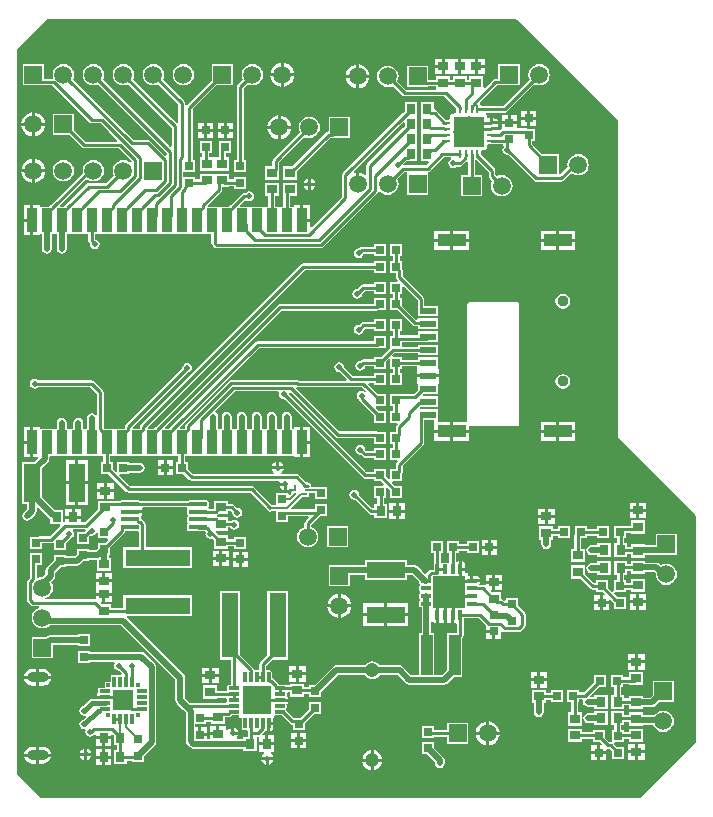
<source format=gtl>
%FSTAX23Y23*%
%MOIN*%
%SFA1B1*%

%IPPOS*%
%AMD25*
4,1,8,-0.011800,0.003000,-0.011800,-0.003000,-0.009800,-0.004900,0.009800,-0.004900,0.011800,-0.003000,0.011800,0.003000,0.009800,0.004900,-0.009800,0.004900,-0.011800,0.003000,0.0*
1,1,0.003940,-0.009800,0.003000*
1,1,0.003940,-0.009800,-0.003000*
1,1,0.003940,0.009800,-0.003000*
1,1,0.003940,0.009800,0.003000*
%
%AMD26*
4,1,8,0.003000,0.011800,-0.003000,0.011800,-0.004900,0.009800,-0.004900,-0.009800,-0.003000,-0.011800,0.003000,-0.011800,0.004900,-0.009800,0.004900,0.009800,0.003000,0.011800,0.0*
1,1,0.003940,0.003000,0.009800*
1,1,0.003940,-0.003000,0.009800*
1,1,0.003940,-0.003000,-0.009800*
1,1,0.003940,0.003000,-0.009800*
%
%AMD33*
4,1,8,0.015000,0.006300,-0.015000,0.006300,-0.016500,0.004700,-0.016500,-0.004700,-0.015000,-0.006300,0.015000,-0.006300,0.016500,-0.004700,0.016500,0.004700,0.015000,0.006300,0.0*
1,1,0.003160,0.015000,0.004700*
1,1,0.003160,-0.015000,0.004700*
1,1,0.003160,-0.015000,-0.004700*
1,1,0.003160,0.015000,-0.004700*
%
%AMD34*
4,1,8,-0.006300,0.015000,-0.006300,-0.015000,-0.004700,-0.016500,0.004700,-0.016500,0.006300,-0.015000,0.006300,0.015000,0.004700,0.016500,-0.004700,0.016500,-0.006300,0.015000,0.0*
1,1,0.003160,-0.004700,0.015000*
1,1,0.003160,-0.004700,-0.015000*
1,1,0.003160,0.004700,-0.015000*
1,1,0.003160,0.004700,0.015000*
%
%AMD37*
4,1,8,-0.026700,-0.008100,0.026700,-0.008100,0.030700,-0.004000,0.030700,0.004000,0.026700,0.008100,-0.026700,0.008100,-0.030700,0.004000,-0.030700,-0.004000,-0.026700,-0.008100,0.0*
1,1,0.008080,-0.026700,-0.004000*
1,1,0.008080,0.026700,-0.004000*
1,1,0.008080,0.026700,0.004000*
1,1,0.008080,-0.026700,0.004000*
%
%AMD39*
4,1,8,0.015600,0.005300,-0.015600,0.005300,-0.016900,0.004000,-0.016900,-0.004000,-0.015600,-0.005300,0.015600,-0.005300,0.016900,-0.004000,0.016900,0.004000,0.015600,0.005300,0.0*
1,1,0.002660,0.015600,0.004000*
1,1,0.002660,-0.015600,0.004000*
1,1,0.002660,-0.015600,-0.004000*
1,1,0.002660,0.015600,-0.004000*
%
%AMD40*
4,1,8,-0.005300,0.015600,-0.005300,-0.015600,-0.004000,-0.016900,0.004000,-0.016900,0.005300,-0.015600,0.005300,0.015600,0.004000,0.016900,-0.004000,0.016900,-0.005300,0.015600,0.0*
1,1,0.002660,-0.004000,0.015600*
1,1,0.002660,-0.004000,-0.015600*
1,1,0.002660,0.004000,-0.015600*
1,1,0.002660,0.004000,0.015600*
%
%AMD71*
4,1,8,0.049100,0.051200,-0.049100,0.051200,-0.051200,0.049100,-0.051200,-0.049100,-0.049100,-0.051200,0.049100,-0.051200,0.051200,-0.049100,0.051200,0.049100,0.049100,0.051200,0.0*
1,1,0.004100,0.049100,0.049100*
1,1,0.004100,-0.049100,0.049100*
1,1,0.004100,-0.049100,-0.049100*
1,1,0.004100,0.049100,-0.049100*
%
%ADD18R,0.055120X0.129920*%
%ADD19R,0.030000X0.030000*%
%ADD20R,0.035430X0.031500*%
%ADD21R,0.030000X0.030000*%
%ADD22R,0.031500X0.035430*%
%ADD23R,0.055120X0.024410*%
%ADD24R,0.094490X0.043310*%
G04~CAMADD=25~8~0.0~0.0~98.4~236.2~19.7~0.0~15~0.0~0.0~0.0~0.0~0~0.0~0.0~0.0~0.0~0~0.0~0.0~0.0~90.0~236.0~98.0*
%ADD25D25*%
G04~CAMADD=26~8~0.0~0.0~98.4~236.2~19.7~0.0~15~0.0~0.0~0.0~0.0~0~0.0~0.0~0.0~0.0~0~0.0~0.0~0.0~0.0~98.4~236.2*
%ADD26D26*%
%ADD27R,0.007870X0.007870*%
%ADD28R,0.035430X0.011810*%
%ADD29R,0.011810X0.035430*%
%ADD30R,0.011810X0.011810*%
%ADD31R,0.056300X0.216540*%
%ADD32R,0.129920X0.055120*%
G04~CAMADD=33~8~0.0~0.0~330.7~126.0~15.8~0.0~15~0.0~0.0~0.0~0.0~0~0.0~0.0~0.0~0.0~0~0.0~0.0~0.0~0.0~330.7~126.0*
%ADD33D33*%
G04~CAMADD=34~8~0.0~0.0~330.7~126.0~15.8~0.0~15~0.0~0.0~0.0~0.0~0~0.0~0.0~0.0~0.0~0~0.0~0.0~0.0~90.0~126.0~331.0*
%ADD34D34*%
%ADD35R,0.038580X0.133860*%
%ADD36R,0.216540X0.056300*%
G04~CAMADD=37~8~0.0~0.0~614.2~161.4~40.4~0.0~15~0.0~0.0~0.0~0.0~0~0.0~0.0~0.0~0.0~0~0.0~0.0~0.0~180.0~614.0~162.0*
%ADD37D37*%
G04~CAMADD=39~8~0.0~0.0~338.6~106.3~13.3~0.0~15~0.0~0.0~0.0~0.0~0~0.0~0.0~0.0~0.0~0~0.0~0.0~0.0~0.0~338.6~106.3*
%ADD39D39*%
G04~CAMADD=40~8~0.0~0.0~338.6~106.3~13.3~0.0~15~0.0~0.0~0.0~0.0~0~0.0~0.0~0.0~0.0~0~0.0~0.0~0.0~90.0~106.0~338.0*
%ADD40D40*%
%ADD41R,0.035430X0.078740*%
%ADD53R,0.070870X0.070870*%
G04~CAMADD=71~8~0.0~0.0~1023.6~1023.6~20.5~0.0~15~0.0~0.0~0.0~0.0~0~0.0~0.0~0.0~0.0~0~0.0~0.0~0.0~0.0~1023.6~1023.6*
%ADD71D71*%
%ADD72R,0.106300X0.106300*%
%ADD73R,0.096460X0.096460*%
%ADD74C,0.010000*%
%ADD75C,0.005910*%
%ADD76C,0.019680*%
%ADD77C,0.015000*%
%ADD78R,0.059060X0.059060*%
%ADD79C,0.059060*%
%ADD80C,0.037400*%
%ADD81R,0.059060X0.059060*%
%ADD82C,0.019680*%
%ADD83O,0.070870X0.035430*%
%ADD84C,0.047240*%
%LNsolears_v1-1*%
%LPD*%
G36*
X02675Y03604D02*
X02902Y03377D01*
X02982Y03297*
X03014Y03265*
Y02215*
X03015Y02211*
X03017Y02207*
X03274Y0195*
Y01194*
X0309Y0101*
X01089*
X0101Y01084*
Y03505*
X01109Y03604*
X02675*
G37*
%LNsolears_v1-2*%
%LPC*%
G36*
X02569Y03473D02*
X02546D01*
Y03452*
X02569*
Y03473*
G37*
G36*
X02426D02*
X02403D01*
Y03452*
X02426*
Y03473*
G37*
G36*
X019Y03459D02*
Y03425D01*
X01934*
X01933Y0343*
X01929Y03439*
X01923Y03448*
X01914Y03454*
X01905Y03458*
X019Y03459*
G37*
G36*
X0189D02*
X01884Y03458D01*
X01875Y03454*
X01866Y03448*
X0186Y03439*
X01856Y0343*
X01855Y03425*
X0189*
Y03459*
G37*
G36*
X02569Y03442D02*
X02546D01*
Y03421*
X02569*
Y03442*
G37*
G36*
X02536Y03473D02*
X02491D01*
Y03447*
Y03421*
X02536*
Y03447*
Y03473*
G37*
G36*
X02481D02*
X02436D01*
Y03447*
Y03421*
X02481*
Y03447*
Y03473*
G37*
G36*
X02426Y03442D02*
X02403D01*
Y03421*
X02426*
Y03442*
G37*
G36*
X02151Y03454D02*
Y0342D01*
X02185*
X02184Y03425*
X0218Y03434*
X02174Y03443*
X02166Y03449*
X02156Y03453*
X02151Y03454*
G37*
G36*
X02141D02*
X02136Y03453D01*
X02126Y03449*
X02118Y03443*
X02111Y03434*
X02107Y03425*
X02107Y0342*
X02141*
Y03454*
G37*
G36*
X01795Y03455D02*
X01785Y03454D01*
X01777Y0345*
X01769Y03445*
X01764Y03437*
X0176Y03429*
X01759Y0342*
X0176Y0341*
X01763Y03404*
X01747Y03387*
X01744Y03384*
X01743Y0338*
Y03135*
X01734*
Y03094*
X01775*
Y03135*
X01766*
Y03375*
X01779Y03388*
X01785Y03385*
X01795Y03384*
X01804Y03385*
X01812Y03389*
X0182Y03394*
X01825Y03402*
X01829Y0341*
X0183Y0342*
X01829Y03429*
X01825Y03437*
X0182Y03445*
X01812Y0345*
X01804Y03454*
X01795Y03455*
G37*
G36*
X01565D02*
X01555Y03454D01*
X01547Y0345*
X01539Y03445*
X01534Y03437*
X0153Y03429*
X01529Y0342*
X0153Y0341*
X01534Y03402*
X01539Y03394*
X01547Y03389*
X01555Y03385*
X01565Y03384*
X01574Y03385*
X01582Y03389*
X0159Y03394*
X01595Y03402*
X01599Y0341*
X016Y0342*
X01599Y03429*
X01595Y03437*
X0159Y03445*
X01582Y0345*
X01574Y03454*
X01565Y03455*
G37*
G36*
X01934Y03415D02*
X019D01*
Y0338*
X01905Y03381*
X01914Y03385*
X01923Y03391*
X01929Y034*
X01933Y03409*
X01934Y03415*
G37*
G36*
X0189D02*
X01855D01*
X01856Y03409*
X0186Y034*
X01866Y03391*
X01875Y03385*
X01884Y03381*
X0189Y0338*
Y03415*
G37*
G36*
X02185Y0341D02*
X02151D01*
Y03375*
X02156Y03376*
X02166Y0338*
X02174Y03386*
X0218Y03395*
X02184Y03404*
X02185Y0341*
G37*
G36*
X02141D02*
X02107D01*
X02107Y03404*
X02111Y03395*
X02118Y03386*
X02126Y0338*
X02136Y03376*
X02141Y03375*
Y0341*
G37*
G36*
X02741Y033D02*
X02721D01*
Y0328*
X02741*
Y033*
G37*
G36*
X02711D02*
X02691D01*
Y0328*
X02711*
Y033*
G37*
G36*
X02676Y03285D02*
X02656D01*
Y03265*
X02676*
Y03285*
G37*
G36*
X02646D02*
X02626D01*
Y03265*
X02646*
Y03285*
G37*
G36*
X026Y03274D02*
X02596D01*
Y03264*
X02612*
X02612Y03267*
X02609Y03271*
X02605Y03273*
X026Y03274*
G37*
G36*
X0107Y03294D02*
Y0326D01*
X01104*
X01103Y03265*
X01099Y03274*
X01093Y03283*
X01084Y03289*
X01075Y03293*
X0107Y03294*
G37*
G36*
X0106D02*
X01054Y03293D01*
X01045Y03289*
X01036Y03283*
X0103Y03274*
X01026Y03265*
X01025Y0326*
X0106*
Y03294*
G37*
G36*
X01465Y03455D02*
X01455Y03454D01*
X01447Y0345*
X01439Y03445*
X01434Y03437*
X0143Y03429*
X01429Y0342*
X0143Y0341*
X01434Y03402*
X01439Y03394*
X01447Y03389*
X01455Y03385*
X01465Y03384*
X01474Y03385*
X01481Y03388*
X01548Y0332*
Y03258*
X01548Y03258*
X01543Y03256*
X01396Y03404*
X01399Y0341*
X014Y0342*
X01399Y03429*
X01395Y03437*
X0139Y03445*
X01382Y0345*
X01374Y03454*
X01365Y03455*
X01355Y03454*
X01347Y0345*
X01339Y03445*
X01334Y03437*
X0133Y03429*
X01329Y0342*
X0133Y0341*
X01334Y03402*
X01339Y03394*
X01347Y03389*
X01355Y03385*
X01365Y03384*
X01374Y03385*
X01381Y03388*
X01526Y03243*
Y03181*
X01521Y03179*
X01296Y03404*
X01299Y0341*
X013Y0342*
X01299Y03429*
X01295Y03437*
X0129Y03445*
X01282Y0345*
X01274Y03454*
X01265Y03455*
X01255Y03454*
X01247Y0345*
X01239Y03445*
X01234Y03437*
X0123Y03429*
X01229Y0342*
X0123Y0341*
X01234Y03402*
X01239Y03394*
X01247Y03389*
X01255Y03385*
X01265Y03384*
X01274Y03385*
X01281Y03388*
X0151Y03159*
Y03151*
X01505Y03149*
X01455Y032*
X01451Y03202*
X01447Y03203*
X01397*
X01196Y03404*
X01199Y0341*
X012Y0342*
X01199Y03429*
X01195Y03437*
X0119Y03445*
X01182Y0345*
X01174Y03454*
X01165Y03455*
X01155Y03454*
X01147Y0345*
X01139Y03445*
X01134Y03437*
X0113Y03429*
X01129Y0342*
X0113Y03411*
X01129Y03408*
X01127Y03406*
X011*
Y03455*
X01029*
Y03384*
X01088*
X01089Y03384*
X01127*
X01251Y0326*
X01255Y03258*
X01259Y03257*
X01289*
X01345Y032*
X01343Y03196*
X01239*
X012Y03235*
Y0329*
X01129*
Y03219*
X01184*
X01226Y03177*
X0123Y03174*
X01234Y03174*
X0135*
X01392Y03132*
X01391Y0313*
X01386Y03128*
X01382Y0313*
X01374Y03134*
X01365Y03135*
X01355Y03134*
X01347Y0313*
X01339Y03125*
X01334Y03117*
X0133Y03109*
X01329Y031*
X0133Y0309*
X01333Y03084*
X01307Y03058*
X01249*
X01245Y03057*
X01241Y03054*
X01173Y02986*
X01171Y02984*
X01167Y0298*
X01155*
X01153Y02984*
X01241Y03073*
X01247Y03069*
X01255Y03065*
X01265Y03064*
X01274Y03065*
X01282Y03069*
X0129Y03074*
X01295Y03082*
X01299Y0309*
X013Y031*
X01299Y03109*
X01295Y03117*
X0129Y03125*
X01282Y0313*
X01274Y03134*
X01265Y03135*
X01255Y03134*
X01247Y0313*
X01239Y03125*
X01234Y03117*
X0123Y03109*
X01229Y031*
X0123Y03093*
X01123Y02986*
X01121Y02984*
X01117Y0298*
X01087*
Y02984*
X01065*
Y02935*
Y02885*
X01087*
Y02889*
X01093*
Y0284*
X01095Y02833*
X01098Y02828*
X01103Y02825*
X0111Y02823*
X01116Y02825*
X01121Y02828*
X01124Y02833*
X01126Y0284*
Y02889*
X01131*
X01133*
X01136*
X01143*
Y0284*
X01145Y02833*
X01148Y02828*
X01153Y02825*
X0116Y02823*
X01166Y02825*
X01171Y02828*
X01174Y02833*
X01176Y0284*
Y02889*
X01181*
X01183*
X01186*
X01231*
X01233*
X01236*
X01248*
Y02865*
X01249Y0286*
X01252Y02857*
X01254Y02855*
X01253Y02855*
X01255Y02848*
X01258Y02843*
X01263Y0284*
X0127Y02838*
X01276Y0284*
X01281Y02843*
X01284Y02848*
X01286Y02855*
X01284Y02861*
X01281Y02866*
X01276Y02869*
X01271Y0287*
Y02889*
X01283*
X01286*
X01331*
X01333*
X01336*
X01381*
X01383*
X01386*
X01431*
X01433*
X01436*
X01481*
X01483*
X01486*
X01531*
X01533*
X01536*
X01581*
X01585*
X01588*
X01631*
X01633*
X01636*
X01658*
Y02858*
X01659Y02854*
X01662Y0285*
X01667Y02845*
X01671Y02842*
X01675Y02841*
X02023*
X02028Y02842*
X02031Y02845*
X0221Y03023*
X02212Y03027*
X02213Y03031*
X02215Y03031*
X02218Y03032*
X02221Y03029*
X02228Y03024*
X02237Y0302*
X02246Y03019*
X02255Y0302*
X02264Y03024*
X02271Y03029*
X02277Y03037*
X0228Y03045*
X02282Y03055*
X0228Y03064*
X02278Y03071*
X02302Y03095*
X0231*
X0231Y0309*
X0231Y0309*
Y03019*
X02381*
Y0309*
X0238*
X0238Y03095*
X02383Y03096*
X02387Y03098*
X02432Y03144*
X02456*
X02457Y03139*
X02453Y03136*
X0245Y03131*
X02448Y03125*
X0245Y03118*
X02453Y03113*
X02458Y0311*
X02465Y03108*
X02471Y0311*
X02476Y03113*
X02476Y03113*
X02487*
X02491Y03114*
X02495Y03117*
X0251Y03131*
X02511Y03131*
X02515Y03129*
Y03085*
X0249*
Y03014*
X02561*
Y03085*
X02537*
Y03134*
X02537Y03134*
X02542Y03136*
X02583Y03094*
Y03081*
X02584Y03077*
X02586Y03073*
X02594Y03066*
X02591Y03059*
X0259Y0305*
X02591Y0304*
X02595Y03032*
X02601Y03024*
X02608Y03019*
X02617Y03015*
X02626Y03014*
X02635Y03015*
X02644Y03019*
X02651Y03024*
X02657Y03032*
X0266Y0304*
X02662Y0305*
X0266Y03059*
X02657Y03067*
X02651Y03075*
X02644Y0308*
X02635Y03084*
X02626Y03085*
X02617Y03084*
X0261Y03081*
X02605Y03086*
Y03099*
X02605Y03103*
X02602Y03107*
X02556Y03153*
Y03155*
X02556Y03155*
Y03165*
X02561Y03168*
X02565*
X0257Y03169*
X02574Y03172*
X02576Y03176*
X02577Y0318*
Y03185*
X02581Y03189*
X0259*
X02591Y03189*
X0263*
Y03184*
X02632Y03179*
X0263Y03176*
X02628Y0317*
X0263Y03163*
X02633Y03158*
X02638Y03155*
X02645Y03153*
X02645Y03154*
X02732Y03067*
X02735Y03064*
X0274Y03063*
X02825*
X02829Y03064*
X02832Y03067*
X02858Y03092*
X02863Y03089*
X02872Y03085*
X02881Y03084*
X0289Y03085*
X02899Y03089*
X02906Y03094*
X02912Y03102*
X02915Y0311*
X02917Y0312*
X02915Y03129*
X02912Y03137*
X02906Y03145*
X02899Y0315*
X0289Y03154*
X02881Y03155*
X02872Y03154*
X02863Y0315*
X02856Y03145*
X0285Y03137*
X02846Y03129*
X02845Y0312*
X02846Y03112*
X02821Y03087*
X02816Y03089*
Y03155*
X02761*
X02727Y03189*
Y03199*
X02737*
Y0324*
X0271*
X02709Y03241*
X02705Y03242*
X02676*
Y03255*
X02651*
X02626*
Y0324*
X02623Y03238*
X02619Y03234*
X02617Y03234*
X02617Y03234*
X02591*
Y03244*
X02612*
X02612Y03247*
X0261Y03249*
X02612Y03251*
X02612Y03254*
X02591*
Y03259*
X02586*
Y03274*
X02581*
X02577Y03277*
Y03279*
X02576Y03283*
X02574Y03287*
X02572Y03288*
X02574Y03293*
X02636*
X0264Y03294*
X02644Y03296*
X02735Y03388*
X02742Y03385*
X02751Y03384*
X0276Y03385*
X02769Y03389*
X02776Y03394*
X02782Y03402*
X02785Y0341*
X02787Y0342*
X02785Y03429*
X02782Y03437*
X02776Y03445*
X02769Y0345*
X0276Y03454*
X02751Y03455*
X02742Y03454*
X02733Y0345*
X02726Y03445*
X0272Y03437*
X02716Y03429*
X02715Y0342*
X02716Y0341*
X02719Y03404*
X02631Y03315*
X02556*
X02556Y03317*
X02554Y0332*
X02553Y0332*
X02552Y03325*
X02552Y03326*
X0261Y03384*
X02626*
X02627Y03384*
X02686*
Y03455*
X02615*
Y03406*
X02605*
X02601Y03405*
X02597Y03403*
Y03403*
X02569Y03375*
X02564Y03377*
Y03414*
X02517*
Y03403*
X02509*
Y03414*
X02462*
Y03403*
X02454*
Y03414*
X02407*
Y03403*
X02381*
Y0345*
X0231*
Y03379*
X02381*
Y03381*
X02407*
Y0337*
X02403Y03369*
X02307*
X02278Y03399*
X0228Y03405*
X02282Y03415*
X0228Y03424*
X02277Y03432*
X02271Y0344*
X02264Y03445*
X02255Y03449*
X02246Y0345*
X02237Y03449*
X02228Y03445*
X02221Y0344*
X02215Y03432*
X02211Y03424*
X0221Y03415*
X02211Y03405*
X02215Y03397*
X02221Y03389*
X02228Y03384*
X02237Y0338*
X02246Y03379*
X02255Y0338*
X02262Y03383*
X02294Y0335*
X02298Y03348*
X02302Y03347*
X02435*
X02475Y03306*
Y03304*
X02475Y03304*
Y03294*
X02471Y03291*
X02467*
X02462Y0329*
X02458Y03287*
X02455Y03283*
X02454Y03279*
Y03274*
X02451Y0327*
X02442*
X02441Y0327*
X02439*
X02409Y033*
X02406Y03302*
X02402Y03303*
X024Y03307*
Y03328*
X02357*
Y03283*
Y03281*
Y03278*
Y03231*
Y03228*
Y03181*
Y03178*
Y03176*
Y03131*
X02381*
X02383Y03126*
X02374Y03117*
X023*
X023Y03117*
X02298Y03122*
X02306Y03131*
X02313*
X02314Y03131*
X02345*
Y03178*
Y03181*
Y03183*
Y03228*
Y03231*
Y03233*
Y03278*
Y03281*
Y03283*
Y03328*
X02302*
Y03297*
X02298Y03293*
X02295Y03291*
X02098Y03093*
X02095Y0309*
X02094Y03086*
Y03013*
X01992Y0291*
X01987Y02912*
Y0293*
X0196*
Y02935*
X01955*
Y02984*
X01932*
Y0298*
X01921*
Y03015*
X01943*
Y03059*
X01896*
Y03015*
X01898*
Y0298*
X01886*
X01883*
X01871*
Y03015*
X01883*
Y03059*
X01836*
Y03015*
X01848*
Y0298*
X01836*
X01833*
X01831*
X01786*
X01783*
X01781*
X01755*
X01753Y02984*
X01769Y03001*
X01773Y03003*
X01778Y03*
X01785Y02998*
X01791Y03*
X01796Y03003*
X01799Y03008*
X01801Y03015*
X01799Y03021*
X01796Y03026*
X01791Y03029*
X01785Y03031*
X01778Y03029*
X01773Y03026*
X01773Y03026*
X01767*
X01763Y03025*
X01759Y03022*
X01723Y02986*
X01721Y02984*
X01717Y0298*
X01686*
X01683*
X01648*
X01646Y02985*
X0169Y03028*
X01692Y03032*
X01693Y03036*
Y03045*
X01718*
Y03048*
X01734*
Y03039*
X01775*
Y0308*
X01734*
Y03071*
X01718*
Y03089*
X01673*
X0167Y03089*
X01666Y03089*
X01621*
Y03071*
X01605*
Y0308*
X01564*
Y03094*
X01605*
Y03135*
X01596*
Y03305*
X01675Y03384*
X0173*
Y03455*
X01659*
Y034*
X01577Y03317*
X01576Y03316*
X01571Y03317*
Y03325*
X0157Y03329*
X01567Y03332*
X01496Y03404*
X01499Y0341*
X015Y0342*
X01499Y03429*
X01495Y03437*
X0149Y03445*
X01482Y0345*
X01474Y03454*
X01465Y03455*
G37*
G36*
X0189Y03284D02*
Y0325D01*
X01924*
X01923Y03255*
X01919Y03264*
X01913Y03273*
X01904Y03279*
X01895Y03283*
X0189Y03284*
G37*
G36*
X0188D02*
X01874Y03283D01*
X01865Y03279*
X01856Y03273*
X0185Y03264*
X01846Y03255*
X01845Y0325*
X0188*
Y03284*
G37*
G36*
X02741Y0327D02*
X02721D01*
Y0325*
X02741*
Y0327*
G37*
G36*
X02711D02*
X02691D01*
Y0325*
X02711*
Y0327*
G37*
G36*
X0173Y0326D02*
X0171D01*
Y0324*
X0173*
Y0326*
G37*
G36*
X01665D02*
X01645D01*
Y0324*
X01665*
Y0326*
G37*
G36*
X01635D02*
X01615D01*
Y0324*
X01635*
Y0326*
G37*
G36*
X017D02*
X0168D01*
Y0324*
X017*
Y0326*
G37*
G36*
X01104Y0325D02*
X0107D01*
Y03215*
X01075Y03216*
X01084Y0322*
X01093Y03226*
X01099Y03235*
X01103Y03244*
X01104Y0325*
G37*
G36*
X0106D02*
X01025D01*
X01026Y03244*
X0103Y03235*
X01036Y03226*
X01045Y0322*
X01054Y03216*
X0106Y03215*
Y0325*
G37*
G36*
X0173Y0323D02*
X0171D01*
Y0321*
X0173*
Y0323*
G37*
G36*
X017D02*
X0168D01*
Y0321*
X017*
Y0323*
G37*
G36*
X01665D02*
X01645D01*
Y0321*
X01665*
Y0323*
G37*
G36*
X01635D02*
X01615D01*
Y0321*
X01635*
Y0323*
G37*
G36*
X0212Y0328D02*
X02049D01*
Y03231*
X02045Y0323*
X02042Y03228*
X01927Y03114*
X01896*
Y0307*
X01943*
Y03098*
X02054Y03209*
X0206*
X02061Y03209*
X0212*
Y0328*
G37*
G36*
X01985Y0328D02*
X01975Y03279D01*
X01967Y03275*
X01959Y0327*
X01954Y03262*
X0195Y03254*
X01949Y03245*
X0195Y03235*
X01953Y03229*
X01864Y0314*
X01862Y03136*
X01861Y03132*
Y03114*
X01836*
Y0307*
X01883*
Y03102*
X01883Y03103*
Y03128*
X01969Y03213*
X01975Y0321*
X01985Y03209*
X01994Y0321*
X02002Y03214*
X0201Y03219*
X02015Y03227*
X02019Y03235*
X0202Y03245*
X02019Y03254*
X02015Y03262*
X0201Y0327*
X02002Y03275*
X01994Y03279*
X01985Y0328*
G37*
G36*
X01924Y0324D02*
X0189D01*
Y03205*
X01895Y03206*
X01904Y0321*
X01913Y03216*
X01919Y03225*
X01923Y03234*
X01924Y0324*
G37*
G36*
X0188D02*
X01845D01*
X01846Y03234*
X0185Y03225*
X01856Y03216*
X01865Y0321*
X01874Y03206*
X0188Y03205*
Y0324*
G37*
G36*
X01725Y032D02*
X01684D01*
Y03171*
X01683Y0317*
Y03147*
X0168Y03144*
X0167*
X01666*
X01651*
Y03159*
X0166*
Y032*
X01619*
Y03159*
X01628*
Y03144*
X01621*
Y031*
X01666*
X0167*
X01673*
X01718*
Y03144*
X01706*
Y03159*
X01725*
Y032*
G37*
G36*
X0107Y03139D02*
Y03105D01*
X01104*
X01103Y0311*
X01099Y03119*
X01093Y03128*
X01084Y03134*
X01075Y03138*
X0107Y03139*
G37*
G36*
X0106D02*
X01054Y03138D01*
X01045Y03134*
X01036Y03128*
X0103Y03119*
X01026Y0311*
X01025Y03105*
X0106*
Y03139*
G37*
G36*
X01165Y03135D02*
X01155Y03134D01*
X01147Y0313*
X01139Y03125*
X01134Y03117*
X0113Y03109*
X01129Y031*
X0113Y0309*
X01134Y03082*
X01139Y03074*
X01147Y03069*
X01155Y03065*
X01165Y03064*
X01174Y03065*
X01182Y03069*
X0119Y03074*
X01195Y03082*
X01199Y0309*
X012Y031*
X01199Y03109*
X01195Y03117*
X0119Y03125*
X01182Y0313*
X01174Y03134*
X01165Y03135*
G37*
G36*
X01104Y03095D02*
X0107D01*
Y0306*
X01075Y03061*
X01084Y03065*
X01093Y03071*
X01099Y0308*
X01103Y03089*
X01104Y03095*
G37*
G36*
X0106D02*
X01025D01*
X01026Y03089*
X0103Y0308*
X01036Y03071*
X01045Y03065*
X01054Y03061*
X0106Y0306*
Y03095*
G37*
G36*
X0199Y03074D02*
Y0306D01*
X02004*
X02003Y03062*
X01999Y03069*
X01992Y03073*
X0199Y03074*
G37*
G36*
X0198D02*
X01977Y03073D01*
X0197Y03069*
X01966Y03062*
X01965Y0306*
X0198*
Y03074*
G37*
G36*
X02004Y0305D02*
X0199D01*
Y03035*
X01992Y03036*
X01999Y0304*
X02003Y03047*
X02004Y0305*
G37*
G36*
X0198D02*
X01965D01*
X01966Y03047*
X0197Y0304*
X01977Y03036*
X0198Y03035*
Y0305*
G37*
G36*
X01987Y02984D02*
X01965D01*
Y0294*
X01987*
Y02984*
G37*
G36*
X01055D02*
X01032D01*
Y0294*
X01055*
Y02984*
G37*
G36*
Y0293D02*
X01032D01*
Y02885*
X01055*
Y0293*
G37*
G36*
X0287Y02899D02*
X02818D01*
Y02872*
X0287*
Y02899*
G37*
G36*
X02808D02*
X02756D01*
Y02872*
X02808*
Y02899*
G37*
G36*
X02516D02*
X02464D01*
Y02872*
X02516*
Y02899*
G37*
G36*
X02454D02*
X02401D01*
Y02872*
X02454*
Y02899*
G37*
G36*
X0224Y02855D02*
X02199D01*
Y02846*
X0216*
X02155Y02845*
X02152Y02842*
X0215Y02841*
X0215Y02841*
X02143Y02839*
X02138Y02836*
X02135Y02831*
X02133Y02825*
X02135Y02818*
X02138Y02813*
X02143Y0281*
X0215Y02808*
X02156Y0281*
X02161Y02813*
X02164Y02818*
X02165Y02823*
X02199*
Y02814*
X0224*
Y02855*
G37*
G36*
X0287Y02862D02*
X02818D01*
Y02836*
X0287*
Y02862*
G37*
G36*
X02808D02*
X02756D01*
Y02836*
X02808*
Y02862*
G37*
G36*
X02516D02*
X02464D01*
Y02836*
X02516*
Y02862*
G37*
G36*
X02454D02*
X02401D01*
Y02836*
X02454*
Y02862*
G37*
G36*
X0224Y028D02*
X02199D01*
Y02791*
X01965*
X0196Y0279*
X01957Y02787*
X01423Y02254*
X01421Y0225*
X0142Y02246*
Y02242*
X01417Y0224*
X01398*
X01396Y02245*
X01577Y02426*
X01577Y02426*
X01583Y02427*
X01588Y02431*
X01592Y02436*
X01593Y02442*
X01592Y02448*
X01588Y02453*
X01583Y02457*
X01577Y02458*
X01571Y02457*
X01566Y02453*
X01562Y02448*
X01561Y02442*
X01561Y02442*
X01373Y02254*
X01371Y0225*
X0137Y02246*
Y02242*
X01367Y0224*
X01336*
X01333*
X01302*
X01299Y02242*
Y02361*
X01298Y02365*
X01296Y02369*
X01267Y02397*
X01264Y024*
X0126Y02401*
X01081*
X01081Y02401*
X01076Y02404*
X0107Y02406*
X01063Y02404*
X01058Y02401*
X01055Y02396*
X01053Y0239*
X01055Y02383*
X01058Y02378*
X01063Y02375*
X0107Y02373*
X01076Y02375*
X01081Y02378*
X01081Y02378*
X01255*
X01277Y02356*
Y02286*
X01272Y02284*
X01271Y02286*
X01266Y02289*
X0126Y02291*
X01253Y02289*
X01248Y02286*
X01245Y02281*
X01243Y02275*
Y02243*
X0124Y0224*
X01234*
X01231Y02243*
Y0226*
X01229Y02266*
X01226Y02271*
X01221Y02274*
X01215Y02276*
X01208Y02274*
X01203Y02271*
X012Y02266*
X01198Y0226*
Y02243*
X01195Y0224*
X01185*
X01181*
X01176*
Y0226*
X01174Y02266*
X01171Y02271*
X01166Y02274*
X0116Y02276*
X01153Y02274*
X01148Y02271*
X01145Y02266*
X01143Y0226*
Y02243*
X0114Y0224*
X01135*
X01131*
X01087*
Y02244*
X01065*
Y02195*
Y02145*
X01079*
X01081Y02141*
X0107Y0213*
X01026*
Y01989*
X01044*
Y01971*
X01033Y01961*
X0103Y01956*
X01028Y0195*
X0103Y01943*
X01033Y01938*
X01038Y01935*
X01045Y01933*
X01051Y01935*
X01056Y01938*
X01071Y01953*
X01075Y01959*
X01076Y01965*
Y01977*
X0108Y01979*
X01118Y01941*
X0112Y0194*
Y01921*
X01153*
X01155Y01916*
X01119Y01881*
X01085*
X01083Y0188*
X01054*
Y01839*
X01095*
Y01858*
X01124*
X01128Y01859*
X01129Y01859*
X01134Y01857*
Y01834*
X01175*
Y0186*
X0119Y01875*
X01191Y01875*
X01196Y01878*
X01199Y01883*
X01201Y0189*
X01199Y01896*
X01197Y019*
X01198Y01904*
X01199Y01905*
X01237*
X01239Y019*
X01235Y01895*
X01209*
Y01854*
X0125*
Y0188*
X01255Y01884*
X0126Y01883*
X01266Y01885*
X01271Y01888*
X01274Y01892*
X01279Y01891*
Y01874*
X01311*
X01313Y01869*
X01305Y0186*
X01279*
Y01841*
X01273Y01836*
X0125*
Y0184*
X01209*
Y01821*
X01203Y01816*
X01175*
Y0182*
X01134*
Y01801*
X0111Y01778*
X01107Y01773*
X01105Y01767*
Y01754*
X01097Y01745*
X01095Y01745*
X01085Y01744*
X01081Y01742*
X01076Y01745*
Y01784*
X01095*
Y01825*
X01054*
Y01796*
X01053Y01795*
Y01742*
X01046Y01735*
X01044Y01731*
X01043Y01727*
Y0167*
X01044Y01666*
X01046Y01662*
X01057Y01652*
X0106Y01649*
X01065Y01648*
X01083*
X01084Y01643*
X01077Y0164*
X01069Y01635*
X01064Y01627*
X0106Y01619*
X01059Y0161*
X0106Y016*
X01064Y01592*
X01069Y01584*
X01077Y01579*
X01085Y01575*
X01095Y01574*
X01104Y01575*
X01112Y01579*
X0112Y01584*
X0112Y01584*
X01357*
X01538Y01403*
Y01335*
X0154Y01328*
X01543Y01323*
X01563Y01303*
X01573Y01294*
Y01198*
X01573*
X01574Y01192*
X01577Y01187*
X01587Y01177*
X01592Y01174*
X01598Y01173*
X01765*
Y01166*
X01809*
Y01211*
X01814Y01213*
X01816Y01211*
Y01195*
X01837*
Y01217*
X01828*
X01826Y01222*
X01837Y01233*
X01839Y01233*
X0184Y01232*
X01844Y01231*
Y01258*
X01849*
Y01263*
X01864*
Y01274*
X01866Y01276*
X01868*
Y01282*
X0187Y01284*
X01893*
X0192Y01257*
X01924Y01254*
X01928Y01253*
X01929*
Y01234*
X0197*
Y0126*
X01999Y01289*
X02025*
Y0133*
X01984*
Y01304*
X01955Y01275*
X01941*
X0194Y01276*
X01933*
X01909Y013*
X01908Y01302*
X01907Y01304*
Y01306*
X01908Y01308*
X01909Y01311*
Y01319*
X01908Y01321*
X01909Y01322*
X01912Y01326*
X01913Y0133*
X01886*
Y0134*
X01913*
X01912Y01343*
X01909Y01347*
X01908Y01348*
X01909Y0135*
Y01358*
X01912Y01363*
X01921*
Y01345*
X01968*
Y01356*
X01984*
Y01344*
X02025*
Y01363*
X02081Y01418*
X0217*
X02173Y01413*
X0218Y01409*
X02187Y01406*
X02195Y01405*
X02202Y01406*
X02209Y01409*
X02216Y01413*
X02219Y01418*
X02279*
X02307Y0139*
X02312Y01387*
X02318Y01386*
X02434*
X02441Y01387*
X02446Y0139*
X02467Y01412*
X02495*
Y01542*
X02496Y01543*
X02498Y01546*
X02499Y01551*
Y01599*
X025Y016*
X025Y01603*
Y01607*
X02551*
X02575Y01583*
Y0157*
X026*
Y01565*
X02605*
Y0154*
X02625*
Y01562*
X02625Y01563*
X0263Y01565*
X02632Y01563*
X02636Y01562*
X02684*
X02688Y01563*
X02691Y01566*
X02702Y01577*
X02705Y0158*
X02706Y01585*
Y0162*
X02705Y01624*
X02702Y01627*
X0268Y01649*
Y01675*
X02639*
Y01667*
X02634Y01666*
X02631Y01669*
X02627Y01671*
X02623Y01672*
Y01694*
X02592*
X02589Y01697*
X02591Y01701*
X02595*
Y01722*
X02572*
Y0172*
X02567Y01717*
X02566Y01718*
X02562Y01718*
X02554*
X02551Y01723*
X02552Y01724*
X02552Y01728*
X02526*
Y01733*
X02521*
Y01749*
X02513*
Y01758*
X02504*
Y01766*
X02488*
Y01771*
X02483*
Y01797*
X02479Y01797*
X02478Y01796*
X02473Y01799*
Y01824*
X02485*
Y01833*
X02509*
Y01824*
X0255*
Y01865*
X02509*
Y01856*
X02485*
Y01865*
X02444*
Y01824*
X02451*
Y01794*
X02449Y01792*
X02446Y01791*
X02444Y01793*
X02441Y01793*
X02432*
X02429Y01793*
X02427Y01791*
X02425Y01792*
X02422Y01794*
Y01824*
X0243*
Y01865*
X02389*
Y01824*
X024*
Y0179*
X02399Y01789*
X02399Y01786*
Y0177*
X02392*
X02388Y01769*
X02385Y01767*
X02377Y01759*
X02376Y01757*
X0237Y01756*
X0236Y01766*
X02359Y01767*
X02345Y01781*
X0234Y01784*
X02334Y01785*
X0231*
Y01803*
X02169*
Y01785*
X02104*
X02103Y01785*
X02049*
Y01714*
X0212*
Y01753*
X02169*
Y01736*
X0231*
Y01753*
X02327*
X02336Y01745*
X02337Y01744*
X02351Y0173*
Y01728*
X02351Y01725*
X02353Y01723*
Y01717*
X02351Y01715*
X02351Y01712*
Y01703*
X02351Y017*
X02353Y01697*
Y01692*
X02351Y01689*
X02351Y01686*
Y01677*
X02351Y01674*
X02353Y01672*
Y01666*
X02351Y01664*
X02351Y01661*
Y01651*
X02351Y01648*
X02353Y01646*
X02355Y01644*
X02358Y01644*
X02359*
Y01557*
X02351*
Y01418*
X02325*
X02297Y01446*
X02292Y01449*
X02286Y01451*
X02219*
X02216Y01456*
X02209Y0146*
X02202Y01463*
X02195Y01464*
X02187Y01463*
X0218Y0146*
X02173Y01456*
X0217Y01451*
X02075*
X02068Y01449*
X02063Y01446*
X02003Y01385*
X01984*
Y01378*
X01968*
Y01389*
X01921*
Y01385*
X01903*
X01901Y01385*
X01884*
X01884Y01386*
X01882Y0139*
X01865Y01407*
X01861Y01409*
X0186Y01409*
Y01426*
X0186Y01429*
X01858Y01432*
X01856Y01433*
X01853Y01434*
X01845*
X0184Y01437*
Y0145*
X01861Y0147*
X01913*
Y01699*
X01845*
Y01486*
X01821Y01462*
X01819Y01459*
X01818Y01455*
Y01437*
X01813Y01434*
X01806*
X01802Y01435*
X018Y01437*
X018Y01439*
X01797Y01443*
X01754Y01486*
Y01699*
X01686*
Y0147*
X01722*
Y01385*
X01718*
X01715Y01385*
X01713Y01383*
X01711Y01381*
X0171Y01378*
Y0137*
X01707Y01365*
X01678*
Y01384*
X01631*
Y0134*
X01678*
Y01343*
X01707*
X0171Y01338*
Y01331*
X01707Y01326*
X01586*
X01571Y01341*
Y0141*
X01569Y01416*
X01566Y01421*
X01375Y01611*
X01376Y01613*
X01377Y01616*
X01594*
Y01685*
X01365*
Y01643*
X01323*
Y01654*
X01292*
X01289Y01657*
X01291Y01661*
X01295*
Y01682*
X01272*
Y01672*
X0127Y01671*
X01106*
X01105Y01676*
X01112Y01679*
X0112Y01684*
X01125Y01692*
X01129Y017*
X0113Y0171*
X01129Y01719*
X01125Y01727*
X01125Y01728*
X01133Y01736*
X01136Y01741*
X01138Y01747*
Y0176*
X01156Y01779*
X01175*
Y01783*
X0121*
X01216Y01785*
X01221Y01788*
X01231Y01799*
X0125*
Y01803*
X01276*
Y01765*
X01323*
Y01809*
X01316*
Y01819*
X0132*
Y01845*
X01368Y01893*
X01371Y01896*
X01371Y01897*
X01413*
X01417Y01894*
Y01844*
X01365*
Y01775*
X01594*
Y01844*
X01439*
Y01921*
X01438Y01926*
X01436Y01929*
X01427Y01938*
X01423Y0194*
X01423Y0194*
Y01941*
X01422Y01945*
X01423Y01948*
X01423Y01948*
X01426Y01953*
X01427Y01957*
X01386*
Y01967*
X01427*
X01426Y01972*
X01429Y01977*
X01576*
X01578Y01972*
X01578Y01972*
X01577Y0197*
X01576Y01966*
Y01958*
X01577Y01954*
X01579Y01951*
Y01948*
X01577Y01945*
X01576Y01941*
Y01933*
X01577Y01929*
X01578Y01927*
X01579Y01924*
X01578Y0192*
X01577Y01919*
X01576Y01915*
Y01907*
X01577Y01903*
X01579Y019*
X01582Y01898*
X01586Y01897*
X01616*
X01616Y01897*
X01636*
X01639Y01893*
X01638Y0189*
X0164Y01883*
X01643Y01878*
X01648Y01875*
X01655Y01873*
X01659Y01874*
X01666Y01868*
Y0184*
X01713*
Y01848*
X01734*
Y01839*
X01775*
Y0188*
X01734*
Y01871*
X01713*
Y01884*
X01682*
X0167Y01895*
X01672Y019*
X01713*
Y01911*
X01721*
X01723Y01908*
X01728Y01905*
X01735Y01903*
X01741Y01905*
X01746Y01908*
X01749Y01913*
X01751Y0192*
X01749Y01926*
X01746Y01931*
X01741Y01934*
X01735Y01936*
X01728Y01934*
X01726Y01933*
X01713*
Y01944*
X01682*
X01681Y01945*
X01677Y01947*
X01677Y01947*
Y01952*
X01677Y01952*
X01681Y01954*
X01682Y01955*
X01713*
Y01966*
X01722*
X01729Y0196*
X01728Y0196*
X0173Y01953*
X01733Y01948*
X01738Y01945*
X01745Y01943*
X01751Y01945*
X01756Y01948*
X01759Y01953*
X01761Y0196*
X01759Y01966*
X01756Y01971*
X01751Y01974*
X01745Y01976*
X01744Y01976*
X01735Y01985*
X01731Y01987*
X01727Y01988*
X01713*
Y01999*
X01666*
Y01973*
X0165*
X01648Y01978*
X01648Y01979*
X01649Y0198*
X0165Y01984*
Y01992*
X01649Y01996*
X01647Y01999*
X01643Y02001*
X0164Y02002*
X01586*
X01582Y02001*
X01579Y01999*
X01579Y01999*
X0142*
X0142Y01999*
X01417Y02001*
X01413Y02002*
X01359*
X01356Y02001*
X01352Y01999*
X01352Y01999*
X01315*
X01314Y01999*
X01281*
Y01971*
X01237Y01927*
X01223*
Y0194*
X01197*
X01171*
Y01931*
X01168Y01929*
X01164Y01932*
Y01968*
X01138*
X01136Y01968*
X01093Y02011*
Y02108*
X01113Y02127*
X01116Y02133*
X01118Y02139*
Y02146*
X01121Y02149*
X01135*
X01138*
X01181*
X01185*
X01188*
X01231*
X01235*
X01238*
X01283*
X01286*
X01288*
X01298*
Y0213*
X01289*
Y02089*
X01315*
X01374Y02029*
X01378Y02027*
X01382Y02026*
X01787*
X01847Y01967*
X0185Y01964*
X01855Y01963*
X01859Y01964*
X01861Y01965*
X01874*
Y01929*
X01915*
Y01948*
X01981*
X01983Y01944*
X01972Y01932*
X01969Y01929*
X01968Y01925*
Y01913*
X01962Y0191*
X01954Y01905*
X01949Y01897*
X01945Y01889*
X01944Y0188*
X01945Y0187*
X01949Y01862*
X01954Y01854*
X01962Y01849*
X0197Y01845*
X0198Y01844*
X01989Y01845*
X01997Y01849*
X02005Y01854*
X0201Y01862*
X02014Y0187*
X02015Y0188*
X02014Y01889*
X0201Y01897*
X02005Y01905*
X01997Y0191*
X01991Y01913*
Y0192*
X02019Y01949*
X02045*
Y0199*
X02004*
Y01971*
X01926*
X01924Y01975*
X01958Y02009*
X01962Y02011*
X01982*
Y02025*
X02004*
Y02004*
X02045*
Y02045*
X02004*
Y02044*
X01994*
X0199Y02049*
X01991Y0205*
X0199Y02054*
X01987Y02057*
X01984Y0206*
X0198Y02061*
X01974*
X0195Y02085*
X01946Y02087*
X01942Y02088*
X01892*
X01891Y02093*
X01894Y02095*
X01898Y02102*
X01899Y02105*
X0186*
X01861Y02102*
X01865Y02095*
X01868Y02093*
X01867Y02088*
X01597*
X0158Y02104*
Y0213*
X01571*
Y02149*
X01581*
X01583*
X01586*
X01631*
X01633*
X01636*
X01681*
X01685*
X01688*
X01731*
X01735*
X01738*
X01781*
X01785*
X01788*
X01831*
X01835*
X01838*
X01881*
X01885*
X01888*
X01932*
Y02145*
X01955*
Y02195*
Y02244*
X01932*
Y0224*
X01926*
Y0228*
X01924Y02286*
X01921Y02291*
X01916Y02294*
X0191Y02296*
X01903Y02294*
X01898Y02291*
X01895Y02286*
X01893Y0228*
Y02243*
X0189Y0224*
X01885*
X01881*
X01876*
Y0228*
X01874Y02286*
X01871Y02291*
X01866Y02294*
X0186Y02296*
X01853Y02294*
X01848Y02291*
X01845Y02286*
X01843Y0228*
Y02243*
X0184Y0224*
X01835*
X01831*
X01826*
Y0228*
X01824Y02286*
X01821Y02291*
X01816Y02294*
X0181Y02296*
X01803Y02294*
X01798Y02291*
X01795Y02286*
X01793Y0228*
Y02243*
X0179Y0224*
X01785*
X01781*
X01776*
Y0228*
X01774Y02286*
X01771Y02291*
X01766Y02294*
X0176Y02296*
X01753Y02294*
X01748Y02291*
X01745Y02286*
X01743Y0228*
Y02243*
X0174Y0224*
X01735*
X01731*
X01726*
Y0228*
X01724Y02286*
X01721Y02291*
X01716Y02294*
X0171Y02296*
X01703Y02294*
X01698Y02291*
X01695Y02286*
X01693Y0228*
Y02243*
X0169Y0224*
X01684*
X01681Y02243*
Y0228*
X01679Y02286*
X01676Y02291*
X01672Y02293*
X0167Y02299*
X01736Y02364*
X01881*
X01884Y02359*
X01883Y02355*
X01885Y02348*
X01888Y02343*
X01893Y0234*
X019Y02338*
X019Y02339*
X02162Y02077*
X02165Y02074*
X0217Y02073*
X02199*
Y02064*
X02225*
X02233Y02055*
X02231Y0205*
X02199*
Y02009*
X02211*
Y01988*
X022*
Y01976*
X02194*
X02151Y02019*
X02151Y0202*
X02149Y02026*
X02146Y02031*
X02141Y02034*
X02135Y02036*
X02128Y02034*
X02123Y02031*
X0212Y02026*
X02118Y0202*
X0212Y02013*
X02123Y02008*
X02128Y02005*
X02135Y02003*
X02135Y02004*
X02182Y01957*
X02185Y01954*
X0219Y01953*
X022*
Y01941*
X02244*
Y01988*
X02233*
Y02009*
X0224*
Y02041*
X02245Y02043*
X02254Y02035*
Y02009*
X02295*
Y0205*
X02269*
X02261Y02059*
X02263Y02064*
X02295*
Y02093*
X02296Y02095*
Y02114*
X02365Y02184*
X02368Y02188*
X02368Y02192*
Y02268*
X024*
X02401Y02263*
Y02263*
Y02236*
X02454*
Y02263*
X02414*
X02413Y02268*
Y02268*
Y02304*
X02355*
X02352Y02309*
X02354Y02311*
X02413*
Y02347*
X02365*
X02362Y02352*
X02364Y02354*
X02413*
Y02388*
Y0239*
X02417Y02393*
X02417*
Y02411*
X0238*
X02342*
Y02393*
X02343*
X02346Y0239*
Y02388*
Y0237*
X02332Y02356*
X02285*
X02283Y02355*
X02254*
Y02314*
X02263*
Y023*
X02254*
Y02259*
X02277*
X02279Y02254*
X02277Y02252*
X02274Y02248*
X02273Y02244*
Y0223*
X02254*
Y02189*
X02263*
Y02175*
X02254*
Y02134*
X02277*
X02279Y02129*
X02277Y02127*
X02274Y02123*
X02273Y02119*
Y02105*
X02254*
Y02073*
X02249Y02071*
X0224Y02079*
Y02105*
X02199*
Y02096*
X02174*
X01916Y02354*
X01916Y02355*
X01915Y02356*
X01919Y02361*
X01922Y02361*
X02072Y02212*
X02075Y02209*
X0208Y02208*
X02199*
Y02189*
X0224*
Y0223*
X02211*
X0221Y02231*
X02084*
X01941Y02373*
X01944Y02378*
X01946Y02377*
X02161*
X02172Y02366*
X02172Y02366*
X02169Y02362*
X02168Y02363*
X02166Y02364*
X0216Y02366*
X02153Y02364*
X02148Y02361*
X02145Y02356*
X02143Y0235*
X02145Y02343*
X02148Y02338*
X02149Y02338*
X02149Y02335*
X02152Y02332*
X02199Y02285*
Y02259*
X0224*
Y023*
X02214*
X02206Y02309*
X02208Y02314*
X0224*
Y02355*
X02214*
X02181Y02389*
X02183Y02393*
X02199*
Y02384*
X0224*
Y02425*
X02199*
Y02416*
X02129*
X02101Y02444*
X02101Y02445*
X02099Y02451*
X02096Y02456*
X02091Y02459*
X02085Y02461*
X02078Y02459*
X02073Y02456*
X0207Y02451*
X02068Y02445*
X0207Y02438*
X02073Y02433*
X02078Y0243*
X02085Y02428*
X02085Y02429*
X02109Y02404*
X02107Y024*
X0195*
X01948Y02401*
X01944Y02402*
X01724*
X0172Y02401*
X01716Y02399*
X01573Y02256*
X01571Y02252*
X0157Y02248*
Y02242*
X01567Y0224*
X01555*
X01553Y02244*
X01817Y02508*
X0221*
X02211Y02509*
X0224*
Y0255*
X02199*
Y02531*
X01812*
X01808Y0253*
X01804Y02527*
X01523Y02246*
X01521Y02244*
X01517Y0224*
X01505*
X01503Y02244*
X01892Y02633*
X0221*
X02211Y02634*
X0224*
Y02675*
X02199*
Y02656*
X01887*
X01883Y02655*
X01879Y02652*
X01473Y02246*
X01471Y02244*
X01467Y0224*
X01448*
X01446Y02245*
X01969Y02768*
X02199*
Y02759*
X0224*
Y028*
G37*
G36*
Y0273D02*
X02199D01*
Y02721*
X02165*
X0216Y0272*
X02157Y02717*
X02145Y02706*
X02145Y02706*
X02138Y02704*
X02133Y02701*
X0213Y02696*
X02128Y0269*
X0213Y02683*
X02133Y02678*
X02138Y02675*
X02145Y02673*
X02151Y02675*
X02156Y02678*
X02159Y02683*
X02161Y0269*
X02161Y0269*
X02169Y02698*
X02199*
Y02689*
X0224*
Y0273*
G37*
G36*
X0283Y0269D02*
X0282Y02688D01*
X02812Y02682*
X02806Y02674*
X02804Y02665*
X02806Y02655*
X02812Y02647*
X0282Y02641*
X0283Y02639*
X02839Y02641*
X02847Y02647*
X02853Y02655*
X02855Y02665*
X02853Y02674*
X02847Y02682*
X02839Y02688*
X0283Y0269*
G37*
G36*
X02295Y02855D02*
X02254D01*
Y02814*
X02263*
Y028*
X02254*
Y02759*
X02273*
Y02745*
X02274Y02741*
X02277Y02737*
X02279Y02735*
X02277Y0273*
X02254*
Y02689*
X02263*
Y02675*
X02254*
Y02634*
X0228*
X02329Y02584*
X02333Y02581*
X02337Y02581*
X02346*
Y02571*
X02413*
Y02607*
X02346*
Y02604*
X02341Y02603*
X02295Y02649*
Y02675*
X02286*
Y02689*
X02295*
Y02712*
X023Y02714*
X02346Y02667*
Y02639*
X02346Y02638*
Y02614*
X02413*
Y0265*
X02368*
Y02672*
X02368Y02676*
X02365Y0268*
X02296Y0275*
Y0277*
X02295Y02771*
Y028*
X02286*
Y02814*
X02295*
Y02855*
G37*
G36*
X0224Y02605D02*
X02199D01*
Y02596*
X02165*
X0216Y02595*
X02157Y02592*
X0215Y02586*
X0215Y02586*
X02143Y02584*
X02138Y02581*
X02135Y02576*
X02133Y0257*
X02135Y02563*
X02138Y02558*
X02143Y02555*
X0215Y02553*
X02156Y02555*
X02161Y02558*
X02164Y02563*
X02166Y0257*
X02166Y0257*
X02169Y02573*
X02199*
Y02564*
X0224*
Y02605*
G37*
G36*
X02295D02*
X02254D01*
Y02564*
X02263*
Y0255*
X02254*
Y02509*
X02225Y0248*
X02199*
Y02471*
X02165*
X0216Y0247*
X02157Y02467*
X02155Y02466*
X02155Y02466*
X02148Y02464*
X02143Y02461*
X0214Y02456*
X02138Y0245*
X0214Y02443*
X02143Y02438*
X02148Y02435*
X02155Y02433*
X02161Y02435*
X02166Y02438*
X02169Y02443*
X0217Y02448*
X02199*
Y02439*
X0224*
Y02465*
X02249Y02473*
X02254Y02471*
Y02439*
X02263*
Y02425*
X02254*
Y02384*
X02295*
Y02425*
X02286*
Y02439*
X02295*
Y02448*
X02343*
X02345Y02445*
X02345Y0244*
X02343Y02438*
X02342*
Y02421*
X0238*
X02417*
Y02438*
X02417*
X02413Y02441*
Y02443*
Y02477*
X02346*
Y0247*
X02295*
Y0248*
X02263*
X02261Y02485*
X02267Y02491*
X02346*
Y02484*
X02413*
Y0252*
X02346*
Y02513*
X02295*
Y02528*
X02346*
Y02527*
X02413*
Y02564*
X02346*
Y02551*
X02286*
Y02564*
X02295*
Y02605*
G37*
G36*
X0283Y02422D02*
X0282Y0242D01*
X02812Y02415*
X02806Y02406*
X02804Y02397*
X02806Y02387*
X02812Y02379*
X0282Y02374*
X0283Y02372*
X02839Y02374*
X02847Y02379*
X02853Y02387*
X02855Y02397*
X02853Y02406*
X02847Y02415*
X02839Y0242*
X0283Y02422*
G37*
G36*
X0287Y02263D02*
X02818D01*
Y02236*
X0287*
Y02263*
G37*
G36*
X02808D02*
X02756D01*
Y02236*
X02808*
Y02263*
G37*
G36*
X02677Y02661D02*
X02518D01*
X02513Y02659*
X02511Y02655*
Y02263*
X02464*
Y02236*
X02516*
Y02245*
X02518Y02247*
X02677*
X02682Y02249*
X02684Y02253*
Y02655*
X02682Y02659*
X02677Y02661*
G37*
G36*
X0287Y02226D02*
X02818D01*
Y022*
X0287*
Y02226*
G37*
G36*
X02808D02*
X02756D01*
Y022*
X02808*
Y02226*
G37*
G36*
X02516D02*
X02464D01*
Y022*
X02516*
Y02226*
G37*
G36*
X02454D02*
X02401D01*
Y022*
X02454*
Y02226*
G37*
G36*
X01987Y02244D02*
X01965D01*
Y022*
X01987*
Y02244*
G37*
G36*
X01055D02*
X01032D01*
Y022*
X01055*
Y02244*
G37*
G36*
X01987Y0219D02*
X01965D01*
Y02145*
X01987*
Y0219*
G37*
G36*
X01055D02*
X01032D01*
Y02145*
X01055*
Y0219*
G37*
G36*
X02155Y02186D02*
X02148Y02184D01*
X02143Y02181*
X0214Y02176*
X02138Y0217*
X0214Y02163*
X02143Y02158*
X02148Y02155*
X02155Y02153*
X02155Y02154*
X02162Y02147*
X02165Y02144*
X0217Y02143*
X02199*
Y02134*
X0224*
Y02175*
X02199*
Y02166*
X02174*
X02171Y02169*
X02171Y0217*
X02169Y02176*
X02166Y02181*
X02161Y02184*
X02155Y02186*
G37*
G36*
X01885Y02129D02*
Y02115D01*
X01899*
X01898Y02117*
X01894Y02124*
X01887Y02128*
X01885Y02129*
G37*
G36*
X01875D02*
X01872Y02128D01*
X01865Y02124*
X01861Y02117*
X0186Y02115*
X01875*
Y02129*
G37*
G36*
X01247Y02134D02*
X01214D01*
Y02065*
X01247*
Y02134*
G37*
G36*
X01204D02*
X01172D01*
Y02065*
X01204*
Y02134*
G37*
G36*
X01332Y02058D02*
X0131D01*
Y02037*
X01332*
Y02058*
G37*
G36*
X013D02*
X01277D01*
Y02037*
X013*
Y02058*
G37*
G36*
X01332Y02027D02*
X0131D01*
Y02006*
X01332*
Y02027*
G37*
G36*
X013D02*
X01277D01*
Y02006*
X013*
Y02027*
G37*
G36*
X01247Y02055D02*
X01214D01*
Y01985*
X01247*
Y02055*
G37*
G36*
X01204D02*
X01172D01*
Y01985*
X01204*
Y02055*
G37*
G36*
X03107Y01993D02*
X03085D01*
Y01972*
X03107*
Y01993*
G37*
G36*
X03075D02*
X03052D01*
Y01972*
X03075*
Y01993*
G37*
G36*
X02303Y01992D02*
X02282D01*
Y0197*
X02303*
Y01992*
G37*
G36*
X02272D02*
X02251D01*
Y0197*
X02272*
Y01992*
G37*
G36*
X02802Y01973D02*
X0278D01*
Y01952*
X02802*
Y01973*
G37*
G36*
X0277D02*
X02747D01*
Y01952*
X0277*
Y01973*
G37*
G36*
X01223Y01972D02*
X01202D01*
Y0195*
X01223*
Y01972*
G37*
G36*
X01192D02*
X01171D01*
Y0195*
X01192*
Y01972*
G37*
G36*
X03107Y01962D02*
X03085D01*
Y01941*
X03107*
Y01962*
G37*
G36*
X03075D02*
X03052D01*
Y01941*
X03075*
Y01962*
G37*
G36*
X02303Y0196D02*
X02282D01*
Y01937*
X02303*
Y0196*
G37*
G36*
X02272D02*
X02251D01*
Y01937*
X02272*
Y0196*
G37*
G36*
X02802Y01942D02*
X0278D01*
Y01921*
X02802*
Y01942*
G37*
G36*
X0277D02*
X02747D01*
Y01921*
X0277*
Y01942*
G37*
G36*
X02985Y01915D02*
X02944D01*
Y01906*
X0291*
Y01915*
X02869*
Y01886*
X02868Y01885*
Y01839*
X02856*
Y01795*
X02903*
Y01839*
X02891*
Y01874*
X0291*
Y01883*
X02944*
Y01874*
X02985*
Y01915*
G37*
G36*
X02855D02*
X02814D01*
Y01906*
X02798*
Y01914*
X02751*
Y0187*
X02758*
Y01855*
X0276Y01848*
X02763Y01843*
X02768Y0184*
X02775Y01838*
X02781Y0184*
X02786Y01843*
X02789Y01848*
X02791Y01855*
Y0187*
X02798*
Y01883*
X02814*
Y01874*
X02855*
Y01915*
G37*
G36*
X03103Y01934D02*
X03056D01*
Y01916*
X0303*
X03028Y01915*
X02999*
Y01874*
X03011*
Y01858*
X03*
Y01811*
X03044*
Y01823*
X03056*
Y0181*
X03103*
Y01819*
X03155*
X03156Y01819*
X0321*
Y0189*
X03139*
Y01851*
X03103*
Y01854*
X03056*
Y01846*
X03044*
Y01858*
X03033*
Y01874*
X0304*
Y01893*
X03056*
Y0189*
X03103*
Y01934*
G37*
G36*
X0261Y0187D02*
X0259D01*
Y0185*
X0261*
Y0187*
G37*
G36*
X0258D02*
X0256D01*
Y0185*
X0258*
Y0187*
G37*
G36*
X02115Y01915D02*
X02044D01*
Y01844*
X02115*
Y01915*
G37*
G36*
X0261Y0184D02*
X0259D01*
Y0182*
X0261*
Y0184*
G37*
G36*
X0258D02*
X0256D01*
Y0182*
X0258*
Y0184*
G37*
G36*
X01717Y01833D02*
X01695D01*
Y01812*
X01717*
Y01833*
G37*
G36*
X01685D02*
X01662D01*
Y01812*
X01685*
Y01833*
G37*
G36*
X02989Y01858D02*
X02945D01*
Y01851*
X02925*
X02918Y01849*
X02913Y01846*
X0291Y01841*
X02908Y01835*
X0291Y01828*
X02913Y01823*
X02918Y0182*
X02925Y01818*
X02945*
Y01811*
X02989*
Y01858*
G37*
G36*
X0178Y0183D02*
X0176D01*
Y0181*
X0178*
Y0183*
G37*
G36*
X0175D02*
X0173D01*
Y0181*
X0175*
Y0183*
G37*
G36*
X03103Y01799D02*
X03056D01*
Y01788*
X03044*
Y01798*
X03*
Y01751*
X03011*
Y01735*
X02999*
Y01698*
X02994Y01696*
X0298Y01709*
Y01735*
X02939*
Y01726*
X02934*
X02903Y01756*
Y01784*
X02856*
Y0174*
X02887*
X02921Y01707*
X02925Y01704*
X02929Y01703*
X02939*
Y01694*
X02965*
X02969Y01689*
X02967Y01685*
X02965*
Y01665*
X02985*
Y01667*
X02989Y01669*
X02997Y01662*
X02999Y0166*
Y01639*
X0304*
Y0168*
X03011*
X0301Y01681*
X03009*
X03001Y01689*
X03003Y01694*
X0304*
Y01703*
X03056*
Y01695*
X03103*
Y01739*
X03056*
Y01726*
X0304*
Y01735*
X03033*
Y01751*
X03044*
Y01766*
X03056*
Y01755*
X03103*
Y01761*
X03135*
X03139Y01757*
X03139Y01755*
X0314Y01745*
X03144Y01737*
X03149Y01729*
X03157Y01724*
X03165Y0172*
X03175Y01719*
X03184Y0172*
X03192Y01724*
X032Y01729*
X03205Y01737*
X03209Y01745*
X0321Y01755*
X03209Y01764*
X03205Y01772*
X032Y0178*
X03192Y01785*
X03184Y01789*
X03175Y0179*
X03165Y01789*
X03157Y01785*
X03156Y01785*
X03153Y01788*
X03148Y01792*
X03141Y01793*
X03103*
Y01799*
G37*
G36*
X01717Y01802D02*
X01695D01*
Y01781*
X01717*
Y01802*
G37*
G36*
X01685D02*
X01662D01*
Y01781*
X01685*
Y01802*
G37*
G36*
X0178Y018D02*
X0176D01*
Y0178*
X0178*
Y018*
G37*
G36*
X0175D02*
X0173D01*
Y0178*
X0175*
Y018*
G37*
G36*
X02493Y01797D02*
Y01776D01*
X02504*
Y01786*
X02504Y0179*
X02501Y01794*
X02497Y01797*
X02493Y01797*
G37*
G36*
X02989Y01798D02*
X02945D01*
Y01791*
X02925*
X02918Y01789*
X02913Y01786*
X0291Y01781*
X02908Y01775*
X0291Y01768*
X02913Y01763*
X02918Y0176*
X02925Y01758*
X02945*
Y01751*
X02989*
Y01798*
G37*
G36*
X02541Y01749D02*
X02531D01*
Y01738*
X02552*
X02552Y01742*
X02549Y01746*
X02545Y01749*
X02541Y01749*
G37*
G36*
X01327Y01758D02*
X01305D01*
Y01737*
X01327*
Y01758*
G37*
G36*
X01295D02*
X01272D01*
Y01737*
X01295*
Y01758*
G37*
G36*
X02627Y01753D02*
X02605D01*
Y01732*
X02627*
Y01753*
G37*
G36*
X02595D02*
X02572D01*
Y01732*
X02595*
Y01753*
G37*
G36*
X02627Y01722D02*
X02605D01*
Y01701*
X02627*
Y01722*
G37*
G36*
X01327Y01727D02*
X013D01*
X01272*
Y01706*
Y01692*
X013*
X01327*
Y01706*
Y01727*
G37*
G36*
X03107Y01688D02*
X03085D01*
Y01667*
X03107*
Y01688*
G37*
G36*
X03075D02*
X03052D01*
Y01667*
X03075*
Y01688*
G37*
G36*
X02955Y01685D02*
X02935D01*
Y01665*
X02955*
Y01685*
G37*
G36*
X01327Y01682D02*
X01305D01*
Y01661*
X01327*
Y01682*
G37*
G36*
X0209Y01689D02*
Y01655D01*
X02124*
X02123Y0166*
X02119Y01669*
X02113Y01678*
X02104Y01684*
X02095Y01688*
X0209Y01689*
G37*
G36*
X0208D02*
X02074Y01688D01*
X02065Y01684*
X02056Y01678*
X0205Y01669*
X02046Y0166*
X02045Y01655*
X0208*
Y01689*
G37*
G36*
X03107Y01657D02*
X03085D01*
Y01636*
X03107*
Y01657*
G37*
G36*
X03075D02*
X03052D01*
Y01636*
X03075*
Y01657*
G37*
G36*
X02985Y01655D02*
X02965D01*
Y01635*
X02985*
Y01655*
G37*
G36*
X02955D02*
X02935D01*
Y01635*
X02955*
Y01655*
G37*
G36*
X02314Y01657D02*
X02245D01*
Y01625*
X02314*
Y01657*
G37*
G36*
X02235D02*
X02165D01*
Y01625*
X02235*
Y01657*
G37*
G36*
X02124Y01645D02*
X0209D01*
Y0161*
X02095Y01611*
X02104Y01615*
X02113Y01621*
X02119Y0163*
X02123Y01639*
X02124Y01645*
G37*
G36*
X0208D02*
X02045D01*
X02046Y01639*
X0205Y0163*
X02056Y01621*
X02065Y01615*
X02074Y01611*
X0208Y0161*
Y01645*
G37*
G36*
X02314Y01615D02*
X02245D01*
Y01582*
X02314*
Y01615*
G37*
G36*
X02235D02*
X02165D01*
Y01582*
X02235*
Y01615*
G37*
G36*
X02595Y0156D02*
X02575D01*
Y0154*
X02595*
Y0156*
G37*
G36*
X01255Y01555D02*
X01214D01*
Y01551*
X0112*
X01113Y01549*
X01108Y01546*
X01107Y01545*
X01059*
Y01474*
X0113*
Y01518*
X01214*
Y01514*
X01255*
Y01555*
G37*
G36*
X03102Y01488D02*
X0308D01*
Y01467*
X03102*
Y01488*
G37*
G36*
X0307D02*
X03047D01*
Y01467*
X0307*
Y01488*
G37*
G36*
X03102Y01457D02*
X0308D01*
Y01436*
X03102*
Y01457*
G37*
G36*
X0307D02*
X03047D01*
Y01436*
X0307*
Y01457*
G37*
G36*
X01972Y01448D02*
X0195D01*
Y01427*
X01972*
Y01448*
G37*
G36*
X0194D02*
X01917D01*
Y01427*
X0194*
Y01448*
G37*
G36*
X01682Y01443D02*
X0166D01*
Y01422*
X01682*
Y01443*
G37*
G36*
X0165D02*
X01627D01*
Y01422*
X0165*
Y01443*
G37*
G36*
X01097Y01439D02*
X01084D01*
Y01416*
X01124*
X01124Y01418*
X01121Y01425*
X01117Y0143*
X01111Y01435*
X01104Y01438*
X01097Y01439*
G37*
G36*
X01074D02*
X01061D01*
X01054Y01438*
X01047Y01435*
X01042Y0143*
X01037Y01425*
X01034Y01418*
X01034Y01416*
X01074*
Y01439*
G37*
G36*
X03098Y01429D02*
X03051D01*
Y01411*
X0303*
Y0142*
X02989*
Y01379*
X03001*
Y01353*
X0299*
Y01306*
X03034*
Y01318*
X03051*
Y01305*
X03098*
Y01311*
X03127*
X03133Y01312*
X03138Y01316*
X03152Y01329*
X032*
Y014*
X03129*
Y01352*
X0312Y01343*
X03098*
Y01349*
X03051*
Y01341*
X03034*
Y01353*
X03023*
Y01379*
X0303*
Y01388*
X03051*
Y01385*
X03098*
Y01429*
G37*
G36*
X02777Y01428D02*
X02755D01*
Y01407*
X02777*
Y01428*
G37*
G36*
X02745D02*
X02722D01*
Y01407*
X02745*
Y01428*
G37*
G36*
X01972Y01417D02*
X0195D01*
Y01396*
X01972*
Y01417*
G37*
G36*
X0194D02*
X01917D01*
Y01396*
X0194*
Y01417*
G37*
G36*
X01682Y01412D02*
X0166D01*
Y01391*
X01682*
Y01412*
G37*
G36*
X0165D02*
X01627D01*
Y01391*
X0165*
Y01412*
G37*
G36*
X01124Y01406D02*
X01084D01*
Y01383*
X01097*
X01104Y01384*
X01111Y01386*
X01117Y01391*
X01121Y01397*
X01124Y01403*
X01124Y01406*
G37*
G36*
X01074D02*
X01034D01*
X01034Y01403*
X01037Y01397*
X01042Y01391*
X01047Y01386*
X01054Y01384*
X01061Y01383*
X01074*
Y01406*
G37*
G36*
X02777Y01397D02*
X02755D01*
Y01376*
X02777*
Y01397*
G37*
G36*
X02745D02*
X02722D01*
Y01376*
X02745*
Y01397*
G37*
G36*
X02975Y0142D02*
X02934D01*
Y01394*
X02901Y01361*
X02885*
Y0137*
X02844*
Y01329*
X02858*
Y01294*
X02846*
Y0125*
X02893*
Y01294*
X02881*
Y01329*
X02885*
Y01339*
X02894*
X02897Y01334*
X02896Y0133*
X02897Y01323*
X02901Y01318*
X02906Y01315*
X02912Y01313*
X02935*
Y01306*
X02979*
Y01353*
X02935*
Y01346*
X02923*
X02921Y0135*
X02949Y01379*
X02975*
Y0142*
G37*
G36*
X0283Y0137D02*
X02789D01*
Y01358*
X02773*
Y01369*
X02726*
Y01325*
X02733*
Y01295*
X02735Y01288*
X02738Y01283*
X02743Y0128*
X0275Y01278*
X02756Y0128*
X02761Y01283*
X02764Y01288*
X02766Y01295*
Y01325*
X02773*
Y01336*
X02789*
Y01329*
X0283*
Y0137*
G37*
G36*
X03165Y013D02*
X03155Y01299D01*
X03147Y01295*
X03139Y0129*
X03135Y01284*
X03098*
Y01294*
X03051*
Y01286*
X03034*
Y01298*
X0299*
Y01251*
X03001*
Y01235*
X02994*
Y01197*
X0299Y01195*
X02985*
X0297Y01209*
Y01235*
X02929*
Y01228*
X02893*
Y01239*
X02846*
Y01195*
X02893*
Y01206*
X02929*
Y01194*
X02955*
X02959Y01189*
X02957Y01185*
X02955*
Y01165*
X02975*
Y01169*
X0298Y01173*
X0298Y01173*
X02986*
X02994Y01165*
Y01139*
X03035*
Y0118*
X03009*
X03001Y01189*
X03003Y01194*
X03035*
Y01206*
X03051*
Y01195*
X03098*
Y01239*
X03051*
Y01228*
X03035*
Y01235*
X03023*
Y01251*
X03034*
Y01263*
X03051*
Y0125*
X03098*
Y01252*
X03131*
X03134Y01247*
X03139Y01239*
X03147Y01234*
X03155Y0123*
X03165Y01229*
X03174Y0123*
X03182Y01234*
X0319Y01239*
X03195Y01247*
X03199Y01255*
X032Y01265*
X03199Y01274*
X03195Y01282*
X0319Y0129*
X03182Y01295*
X03174Y01299*
X03165Y013*
G37*
G36*
X02979Y01298D02*
X02935D01*
Y01291*
X02915*
X02908Y01289*
X02903Y01286*
X029Y01281*
X02898Y01275*
X029Y01268*
X02903Y01263*
X02908Y0126*
X02915Y01258*
X02935*
Y01251*
X02979*
Y01298*
G37*
G36*
X02515Y0126D02*
X02444D01*
Y01236*
X024*
Y0125*
X02359*
Y01209*
X024*
Y01213*
X02444*
Y01189*
X02515*
Y0126*
G37*
G36*
X01864Y01253D02*
X01854D01*
Y01231*
X01857Y01232*
X01861Y01235*
X01864Y01238*
X01864Y01243*
Y01253*
G37*
G36*
X02585Y01264D02*
Y0123D01*
X02619*
X02618Y01235*
X02614Y01244*
X02608Y01253*
X02599Y01259*
X0259Y01263*
X02585Y01264*
G37*
G36*
X02575D02*
X02569Y01263D01*
X0256Y01259*
X02551Y01253*
X02545Y01244*
X02541Y01235*
X0254Y0123*
X02575*
Y01264*
G37*
G36*
X01975Y01225D02*
X01955D01*
Y01205*
X01975*
Y01225*
G37*
G36*
X01945D02*
X01925D01*
Y01205*
X01945*
Y01225*
G37*
G36*
X01868Y01217D02*
X01847D01*
Y01195*
X01868*
Y01217*
G37*
G36*
X02619Y0122D02*
X02585D01*
Y01185*
X0259Y01186*
X02599Y0119*
X02608Y01196*
X02614Y01205*
X02618Y01214*
X02619Y0122*
G37*
G36*
X02575D02*
X0254D01*
X02541Y01214*
X02545Y01205*
X02551Y01196*
X0256Y0119*
X02569Y01186*
X02575Y01185*
Y0122*
G37*
G36*
X01325Y01205D02*
X01305D01*
Y01182*
X01325*
Y01205*
G37*
G36*
X01295D02*
X01274D01*
Y01182*
X01295*
Y01205*
G37*
G36*
X01975Y01195D02*
X01955D01*
Y01175*
X01975*
Y01195*
G37*
G36*
X01945D02*
X01925D01*
Y01175*
X01945*
Y01195*
G37*
G36*
X03102Y01188D02*
X0308D01*
Y01167*
X03102*
Y01188*
G37*
G36*
X0307D02*
X03047D01*
Y01167*
X0307*
Y01188*
G37*
G36*
X02945Y01185D02*
X02925D01*
Y01165*
X02945*
Y01185*
G37*
G36*
X01244Y01174D02*
Y0116D01*
X01259*
X01258Y01162*
X01254Y01169*
X01247Y01173*
X01244Y01174*
G37*
G36*
X01234D02*
X01232Y01173D01*
X01225Y01169*
X01221Y01162*
X0122Y0116*
X01234*
Y01174*
G37*
G36*
X01097Y01179D02*
X01084D01*
Y01156*
X01124*
X01124Y01158*
X01121Y01165*
X01117Y01171*
X01111Y01175*
X01104Y01178*
X01097Y01179*
G37*
G36*
X01074D02*
X01061D01*
X01054Y01178*
X01047Y01175*
X01042Y01171*
X01037Y01165*
X01034Y01158*
X01034Y01156*
X01074*
Y01179*
G37*
G36*
X01325Y01172D02*
X01305D01*
Y0115*
X01325*
Y01172*
G37*
G36*
X01295D02*
X01274D01*
Y0115*
X01295*
Y01172*
G37*
G36*
X01868Y01185D02*
X01842D01*
X01816*
Y01162*
X01833*
X01835Y01157*
X0183Y01154*
X01826Y01147*
X01825Y01145*
X01864*
X01863Y01147*
X01859Y01154*
X01854Y01157*
X01856Y01162*
X01868*
Y01185*
G37*
G36*
X022Y01168D02*
Y0114D01*
X02228*
X02227Y01143*
X02224Y01151*
X02218Y01158*
X02211Y01164*
X02203Y01167*
X022Y01168*
G37*
G36*
X0219D02*
X02186Y01167D01*
X02178Y01164*
X02171Y01158*
X02165Y01151*
X02162Y01143*
X02161Y0114*
X0219*
Y01168*
G37*
G36*
X03102Y01157D02*
X0308D01*
Y01136*
X03102*
Y01157*
G37*
G36*
X0307D02*
X03047D01*
Y01136*
X0307*
Y01157*
G37*
G36*
X01259Y0115D02*
X01244D01*
Y01135*
X01247Y01136*
X01254Y0114*
X01258Y01147*
X01259Y0115*
G37*
G36*
X01234D02*
X0122D01*
X01221Y01147*
X01225Y0114*
X01232Y01136*
X01234Y01135*
Y0115*
G37*
G36*
X02975Y01155D02*
X02955D01*
Y01135*
X02975*
Y01155*
G37*
G36*
X02945D02*
X02925D01*
Y01135*
X02945*
Y01155*
G37*
G36*
X01255Y015D02*
X01214D01*
Y01459*
X01255*
Y01463*
X01334*
X01337Y01458*
X01335Y01456*
X01333Y0145*
X01335Y01443*
X01338Y01438*
X01343Y01435*
X0135Y01433*
X0135Y01434*
X01359Y01424*
X01357Y01419*
X01323*
Y01396*
X01303*
Y01376*
X0128*
Y0136*
X01276*
Y01349*
X01303*
Y01339*
X01276*
Y01338*
X0126*
X01254Y01337*
X0125Y01334*
X0123Y01315*
X01228Y01314*
X01223Y01311*
X0122Y01306*
X01218Y013*
X0122Y01293*
X01223Y01288*
X01228Y01285*
X01235Y01283*
X01238Y01284*
X0124Y01279*
X0123Y0127*
X01228Y01269*
X01223Y01266*
X0122Y01261*
X01218Y01255*
X0122Y01248*
X01223Y01243*
X01228Y0124*
X01235Y01238*
X01236Y01239*
X01237Y01238*
X01239Y01234*
X01238Y0123*
X0124Y01223*
X01243Y01218*
X01248Y01215*
X01255Y01213*
X01261Y01215*
X01266Y01218*
X01269Y01222*
X01273Y01222*
X01274Y01222*
Y01215*
X013*
X01325*
Y01218*
X0133Y0122*
X01333Y01217*
Y01186*
X01344*
Y01168*
X01333*
Y01121*
X01376*
Y01133*
X01394*
Y01129*
X01435*
Y01148*
X0147Y01183*
X01474Y01188*
X01475Y01194*
Y01445*
X01474Y01451*
X0147Y01456*
X01436Y01491*
X01431Y01494*
X01425Y01496*
X01255*
Y015*
G37*
G36*
X01124Y01146D02*
X01084D01*
Y01123*
X01097*
X01104Y01124*
X01111Y01127*
X01117Y01131*
X01121Y01137*
X01124Y01144*
X01124Y01146*
G37*
G36*
X01074D02*
X01034D01*
X01034Y01144*
X01037Y01137*
X01042Y01131*
X01047Y01127*
X01054Y01124*
X01061Y01123*
X01074*
Y01146*
G37*
G36*
X01864Y01135D02*
X0185D01*
Y0112*
X01852Y01121*
X01859Y01125*
X01863Y01132*
X01864Y01135*
G37*
G36*
X0184D02*
X01825D01*
X01826Y01132*
X0183Y01125*
X01837Y01121*
X0184Y0112*
Y01135*
G37*
G36*
X01325Y0114D02*
X01305D01*
Y01117*
X01325*
Y0114*
G37*
G36*
X01295D02*
X01274D01*
Y01117*
X01295*
Y0114*
G37*
G36*
X024Y01195D02*
X02359D01*
Y01154*
X02378*
X02403Y01128*
Y01125*
X02405Y01118*
X02408Y01113*
X02413Y0111*
X0242Y01108*
X02426Y0111*
X02431Y01113*
X02434Y01118*
X02436Y01125*
Y01135*
X02434Y01141*
X02431Y01146*
X024Y01176*
Y01195*
G37*
G36*
X02228Y0113D02*
X022D01*
Y01101*
X02203Y01102*
X02211Y01105*
X02218Y01111*
X02224Y01118*
X02227Y01126*
X02228Y0113*
G37*
G36*
X0219D02*
X02161D01*
X02162Y01126*
X02165Y01118*
X02171Y01111*
X02178Y01105*
X02186Y01102*
X0219Y01101*
Y0113*
G37*
%LNsolears_v1-3*%
%LPD*%
G36*
X02302Y03259D02*
Y03247D01*
X02298Y03243*
X02295Y03241*
X02178Y03124*
X02176Y03121*
X02175Y03116*
Y03088*
X0217Y03086*
X02166Y03089*
X02156Y03093*
X02151Y03094*
Y03055*
X02141*
Y03094*
X02136Y03093*
X02135Y03093*
X02133Y03097*
X02297Y03261*
X02302Y03259*
G37*
G36*
X01548Y0213D02*
X01539D01*
Y02089*
X01565*
X01584Y02069*
X01588Y02067*
X01592Y02066*
X01883*
X01886Y02061*
X01885Y0206*
X01905*
Y02055*
X0191*
Y02035*
X01912Y02036*
X01918Y0204*
X01918Y0204*
X01937*
Y02031*
X01927*
Y0203*
X01923*
Y02021*
X01921Y02019*
X0192Y02019*
X01915Y02021*
Y02025*
X01874*
Y01984*
X01869Y01984*
X01861*
X018Y02045*
X01796Y02047*
X01792Y02048*
X01387*
X01351Y02084*
X01353Y02089*
X01385*
Y02093*
X0142*
X01426Y02095*
X01431Y02098*
X01434Y02103*
X01436Y0211*
X01434Y02116*
X01431Y02121*
X01426Y02124*
X0142Y02126*
X01385*
Y0213*
X01344*
Y02098*
X01339Y02096*
X0133Y02104*
Y0213*
X01321*
Y02149*
X01333*
X01336*
X01381*
X01383*
X01386*
X01431*
X01433*
X01436*
X01481*
X01483*
X01486*
X01531*
X01533*
X01536*
X01548*
Y0213*
G37*
G36*
X02467Y01592D02*
X02472Y01592D01*
X02472Y01593*
X02477Y0159*
Y01557*
X02444*
Y01434*
X02428Y01418*
X02401*
Y01557*
X02391*
Y01595*
X02392Y01596*
X02398Y01595*
X02402Y01592*
X02406Y01592*
Y01618*
X02416*
Y01592*
X0242Y01592*
X02424Y01595*
X02427Y01592*
X02432Y01592*
Y01618*
X02442*
Y01592*
X02446Y01592*
X0245Y01595*
X02453Y01592*
X02457Y01592*
Y01618*
X02467*
Y01592*
G37*
G36*
X01751Y01282D02*
Y01276D01*
X01757*
X01759Y01274*
Y01243*
X01759Y0124*
X01761Y01238*
X01763Y01236*
X01766Y01235*
X01774*
X01779Y01232*
Y01213*
X01765*
Y01205*
X01745*
X01743Y0121*
X01744Y0121*
X01748Y01217*
X01749Y0122*
X0173*
Y01225*
X01725*
Y01244*
X01722Y01243*
X01715Y01239*
X01712Y01234*
X01707Y01236*
Y01248*
X01685*
Y01222*
X0168*
Y01217*
X01652*
Y01205*
X01645*
Y01215*
X0162*
Y0122*
X01615*
Y01245*
X01605*
Y01254*
X0164*
Y01263*
X01656*
Y01255*
X01703*
Y01277*
X01714*
X01719Y01278*
X01722Y0128*
X01726Y01284*
X01749*
X01751Y01282*
G37*
%LNsolears_v1-4*%
%LPC*%
G36*
X0153Y02135D02*
X0151D01*
Y02115*
X0153*
Y02135*
G37*
G36*
X015D02*
X0148D01*
Y02115*
X015*
Y02135*
G37*
G36*
X0153Y02105D02*
X0151D01*
Y02085*
X0153*
Y02105*
G37*
G36*
X015D02*
X0148D01*
Y02085*
X015*
Y02105*
G37*
G36*
X019Y0205D02*
X01885D01*
X01886Y02047*
X0189Y0204*
X01897Y02036*
X019Y02035*
Y0205*
G37*
G36*
X01735Y01244D02*
Y0123D01*
X01749*
X01748Y01232*
X01744Y01239*
X01737Y01243*
X01735Y01244*
G37*
G36*
X01675Y01248D02*
X01652D01*
Y01227*
X01675*
Y01248*
G37*
G36*
X01645Y01245D02*
X01625D01*
Y01225*
X01645*
Y01245*
G37*
%LNsolears_v1-5*%
%LPD*%
G54D18*
X0106Y0206D03*
X01209D03*
G54D19*
X026Y0162D03*
Y01565D03*
X01705Y0318D03*
Y03235D03*
X03015Y01215D03*
Y0116D03*
X0295Y01215D03*
Y0116D03*
X0302Y01715D03*
Y0166D03*
X0296Y01715D03*
Y0166D03*
X01755Y03115D03*
Y0306D03*
X01585Y03115D03*
Y0306D03*
X0164Y03235D03*
Y0318D03*
X01895Y02005D03*
Y0195D03*
X02025Y02025D03*
Y0197D03*
X01415Y01205D03*
Y0115D03*
X01235Y01535D03*
Y0148D03*
X0123Y0182D03*
Y01875D03*
X01075Y01805D03*
Y0186D03*
X01155Y018D03*
Y01855D03*
X01755Y01805D03*
Y0186D03*
X013Y01895D03*
Y0184D03*
X0162Y0122D03*
Y01275D03*
X02005Y0131D03*
Y01365D03*
X0195Y01255D03*
Y012D03*
X0238Y01175D03*
Y0123D03*
X02651Y03205D03*
Y0326D03*
X02716Y0322D03*
Y03275D03*
X0266Y016D03*
Y01655D03*
G54D20*
X0288Y01817D03*
Y01762D03*
X0308Y01717D03*
Y01662D03*
Y01832D03*
Y01777D03*
Y01967D03*
Y01912D03*
X02775Y01947D03*
Y01892D03*
X0287Y01272D03*
Y01217D03*
X03075Y01462D03*
Y01407D03*
X0275Y01402D03*
Y01347D03*
X03075Y01327D03*
Y01272D03*
Y01217D03*
Y01162D03*
X01695Y03122D03*
Y03067D03*
X01645Y03122D03*
Y03067D03*
X0192Y03092D03*
Y03037D03*
X0186Y03092D03*
Y03037D03*
X02431Y03447D03*
Y03392D03*
X02541Y03447D03*
Y03392D03*
X02486Y03447D03*
Y03392D03*
X013Y01632D03*
Y01687D03*
Y01732D03*
Y01787D03*
X0169Y01922D03*
Y01977D03*
Y01807D03*
Y01862D03*
X01305Y01977D03*
Y02032D03*
X01945Y01422D03*
Y01367D03*
X0168Y01222D03*
Y01277D03*
X01655Y01417D03*
Y01362D03*
X026Y01727D03*
Y01672D03*
G54D21*
X0222Y02835D03*
X02275D03*
X0222Y0278D03*
X02275D03*
X0222Y0271D03*
X02275D03*
X0222Y02655D03*
X02275D03*
X0222Y02585D03*
X02275D03*
X0222Y0253D03*
X02275D03*
X0222Y0246D03*
X02275D03*
X0222Y02405D03*
X02275D03*
X0222Y02335D03*
X02275D03*
X0222Y0228D03*
X02275D03*
X0222Y0221D03*
X02275D03*
X0222Y0203D03*
X02275D03*
Y02085D03*
X0222D03*
Y02155D03*
X02275D03*
X01365Y0211D03*
X0131D03*
X0156D03*
X01505D03*
X02835Y01895D03*
X0289D03*
X02965D03*
X0302D03*
X02955Y014D03*
X0301D03*
X0281Y0135D03*
X02865D03*
X02585Y01845D03*
X0253D03*
X02465D03*
X0241D03*
G54D22*
X02222Y01965D03*
X02277D03*
X02967Y01775D03*
X03022D03*
X02967Y01835D03*
X03022D03*
X02957Y01275D03*
X03012D03*
X02957Y0133D03*
X03012D03*
X01197Y01945D03*
X01142D03*
X02378Y03255D03*
X02323D03*
X02378Y03305D03*
X02323D03*
X02378Y03205D03*
X02323D03*
X02378Y03155D03*
X02323D03*
X013Y0121D03*
X01355D03*
X013Y01145D03*
X01355D03*
X01842Y0119D03*
X01787D03*
G54D23*
X0238Y02632D03*
Y02589D03*
Y02546D03*
Y02502D03*
Y02459D03*
Y02416D03*
Y02372D03*
Y02329D03*
Y02286D03*
G54D24*
X02813Y02231D03*
X02459D03*
Y02867D03*
X02813D03*
G54D25*
X02441Y03259D03*
Y03239D03*
Y0322D03*
Y032D03*
X02591D03*
Y0322D03*
Y03239D03*
Y03259D03*
G54D26*
X02486Y03155D03*
X02506D03*
X02526D03*
X02545D03*
Y03304D03*
X02526D03*
X02506D03*
X02486D03*
G54D27*
X01972Y02021D03*
Y02035D03*
Y02048D03*
X01937D03*
Y02035D03*
Y02021D03*
G54D28*
X01303Y01364D03*
Y01344D03*
Y01325D03*
Y01305D03*
X01426D03*
Y01325D03*
Y01344D03*
Y01364D03*
G54D29*
X01335Y01273D03*
X01355D03*
X01374D03*
X01394D03*
Y01396D03*
X01374D03*
X01355D03*
X01335D03*
G54D30*
X01315Y01384D03*
X01414D03*
X01315Y01285D03*
X01414D03*
G54D31*
X01879Y01585D03*
X0172D03*
G54D32*
X0224Y01769D03*
Y0162D03*
G54D33*
X02526Y01733D03*
Y01707D03*
Y01682D03*
Y01656D03*
X02373D03*
Y01682D03*
Y01707D03*
Y01733D03*
G54D34*
X02411Y01771D03*
X02437D03*
X02462D03*
X02488D03*
Y01618D03*
X02462D03*
X02437D03*
X02411D03*
G54D35*
X0247Y01485D03*
X02376D03*
G54D36*
X0148Y0165D03*
Y0181D03*
G54D37*
X01613Y01988D03*
Y01962D03*
Y01937D03*
Y01911D03*
X01386D03*
Y01937D03*
Y01962D03*
Y01988D03*
G54D39*
X01886Y01374D03*
Y01354D03*
Y01335D03*
Y01315D03*
Y01295D03*
X01733D03*
Y01315D03*
Y01335D03*
Y01354D03*
Y01374D03*
G54D40*
X0177Y01411D03*
X0179D03*
X0181D03*
X01829D03*
X01849D03*
Y01258D03*
X01829D03*
X0181D03*
X0179D03*
X0177D03*
G54D41*
X0106Y02935D03*
X0111D03*
X0116D03*
X0121D03*
X0126D03*
X0131D03*
X0136D03*
X0141D03*
X0146D03*
X0151D03*
X0156D03*
X0161D03*
X0166D03*
X0171D03*
X0176D03*
X0181D03*
X0186D03*
X0191D03*
X0196D03*
X0106Y02195D03*
X0111D03*
X0116D03*
X0121D03*
X0126D03*
X0131D03*
X0136D03*
X0141D03*
X0146D03*
X0151D03*
X0156D03*
X0161D03*
X0166D03*
X0171D03*
X0176D03*
X0181D03*
X0186D03*
X0191D03*
X0196D03*
G54D53*
X01365Y01335D03*
G54D71*
X02516Y0323D03*
G54D72*
X0245Y01695D03*
G54D73*
X0181Y01335D03*
G54D74*
X02716Y03185D02*
X02781Y0312D01*
X02716Y03185D02*
Y0322D01*
X02705Y0323D02*
X02716Y0322D01*
X02631Y0323D02*
X02705D01*
X02621Y0322D02*
X02631Y0323D01*
X02591Y0322D02*
X02621D01*
X02825Y03075D02*
X0287Y0312D01*
X02881*
X0274Y03075D02*
X02825D01*
X02645Y0317D02*
X0274Y03075D01*
X02646Y032D02*
X02651Y03205D01*
X02645Y03198D02*
X02646Y032D01*
X02645Y0317D02*
Y03198D01*
X02591Y032D02*
X02646D01*
X02105Y03008D02*
Y03086D01*
X02186Y03038D02*
Y03116D01*
X02017Y02868D02*
X02186Y03038D01*
X02202Y03082D02*
X02303Y03183D01*
X02202Y03031D02*
Y03082D01*
X02023Y02852D02*
X02202Y03031D01*
X01982Y02884D02*
X02105Y03008D01*
Y03086D02*
X02303Y03283D01*
X01592Y02077D02*
X01942D01*
X0197Y0205*
X0156Y0211D02*
X01592Y02077D01*
X02695Y01585D02*
Y0162D01*
X0266Y01655D02*
X02695Y0162D01*
X02684Y01574D02*
X02695Y01585D01*
X02636Y01574D02*
X02684D01*
X02619Y0159D02*
X02636Y01574D01*
X02583Y0159D02*
X02619D01*
X02555Y01618D02*
X02583Y0159D01*
X02488Y01618D02*
X02555D01*
X02563Y01656D02*
X026Y0162D01*
X02526Y01656D02*
X02563D01*
X0263Y01655D02*
X0266D01*
X02623Y01661D02*
X0263Y01655D01*
X0261Y01661D02*
X02623D01*
X026Y01672D02*
X0261Y01661D01*
X02526Y01707D02*
X02562D01*
X02598Y01672*
X026*
X02488Y01551D02*
Y01618D01*
X0247Y01532D02*
X02488Y01551D01*
X0247Y01485D02*
Y01532D01*
X02526Y03239D02*
X02545Y03259D01*
X02526Y03239D02*
X02591D01*
X02516Y0323D02*
X02526Y03239D01*
X02545Y03259D02*
X02591D01*
X02465Y03125D02*
X02487D01*
X02502Y0314*
Y03144*
X02506Y03148*
Y03155*
X01365Y01335D02*
X01394Y01305D01*
X01426*
X01355Y01344D02*
X01365Y01335D01*
X01303Y01344D02*
X01355D01*
X0181Y01335D02*
X01886D01*
X0126Y02865D02*
X0127Y02855D01*
X0126Y02865D02*
Y02935D01*
X02302Y03142D02*
X02313D01*
X0228Y0312D02*
X02302Y03142D01*
X02313D02*
X02323Y03153D01*
Y03155*
X01767Y03015D02*
X01785D01*
X01731Y02978D02*
X01767Y03015D01*
X01731Y02978D02*
Y02978D01*
X0171Y02956D02*
X01731Y02978D01*
X0171Y02935D02*
Y02956D01*
X0222Y0203D02*
X02222Y02027D01*
Y01965D02*
Y02027D01*
X02135Y0202D02*
X0219Y01965D01*
X02222*
X0215Y02825D02*
X0216Y02835D01*
X0222*
X02145Y0269D02*
X02165Y0271D01*
X0222*
X0215Y0257D02*
X02165Y02585D01*
X0222*
X02155Y0245D02*
X02165Y0246D01*
X0222*
X0216Y0234D02*
Y0235D01*
Y0234D02*
X0222Y0228D01*
X02155Y0217D02*
X0217Y02155D01*
X0222*
Y0246D02*
X02262Y02502D01*
X0238*
X01581Y02248D02*
X01724Y02391D01*
X02085Y02445D02*
X02125Y02405D01*
X01946Y02389D02*
X02165D01*
X01944Y02391D02*
X01946Y02389D01*
X01724Y02391D02*
X01944D01*
X02125Y02405D02*
X0222D01*
X02165Y02389D02*
X0222Y02335D01*
X0156Y0211D02*
Y02195D01*
Y02216*
X0197Y0205D02*
X0198D01*
X01924Y02375D02*
X0208Y0222D01*
X01731Y02375D02*
X01924D01*
X01622Y02267D02*
X01731Y02375D01*
X01381Y02246D02*
X01577Y02442D01*
X01381Y02238D02*
Y02246D01*
X0136Y02216D02*
X01381Y02238D01*
X0136Y02195D02*
Y02216D01*
X0217Y02085D02*
X0222D01*
X019Y02355D02*
X0217Y02085D01*
X01288Y02238D02*
Y02361D01*
X0126Y0239D02*
X01288Y02361D01*
X0107Y0239D02*
X0126D01*
X01688Y01977D02*
X0169D01*
X01673Y01962D02*
X01688Y01977D01*
X01613Y01962D02*
X01673D01*
X01622Y02207D02*
Y02267D01*
X0161Y02195D02*
X01622Y02207D01*
X01581Y02238D02*
Y02248D01*
X0156Y02216D02*
X01581Y02238D01*
X01531Y02238D02*
X01812Y0252D01*
X01531Y02238D02*
Y02238D01*
X0208Y0222D02*
X0221D01*
X0222Y0221*
X01481Y02238D02*
X01887Y02645D01*
X0151Y02216D02*
X01531Y02238D01*
X0151Y02195D02*
Y02216D01*
X01481Y02238D02*
Y02238D01*
X0146Y02216D02*
X01481Y02238D01*
X0146Y02195D02*
Y02216D01*
X01431Y02246D02*
X01965Y0278D01*
X01431Y02238D02*
Y02246D01*
X0141Y02216D02*
X01431Y02238D01*
X0141Y02195D02*
Y02216D01*
X0221Y0252D02*
X0222Y0253D01*
X01812Y0252D02*
X0221D01*
Y02645D02*
X0222Y02655D01*
X01887Y02645D02*
X0221D01*
X01965Y0278D02*
X0222D01*
X01288Y02238D02*
X0131Y02216D01*
Y02195D02*
Y02216D01*
X01732Y01922D02*
X01735Y0192D01*
X0169Y01922D02*
X01732D01*
X0133Y01925D02*
Y01935D01*
X01642Y01908D02*
X01688Y01862D01*
X01727Y01977D02*
X01745Y0196D01*
X0169Y01977D02*
X01727D01*
X01185Y01885D02*
Y0189D01*
X01155Y01855D02*
X01185Y01885D01*
X01255Y019D02*
X0126D01*
X0123Y01875D02*
X01255Y019D01*
X013Y01895D02*
X0133Y01925D01*
X0135Y0145D02*
X01373Y01426D01*
Y01396D02*
Y01426D01*
Y01396D02*
X01374Y01396D01*
X01394Y01449D02*
X01395Y0145D01*
X01394Y01396D02*
Y01449D01*
X0238Y0123D02*
X02385Y01225D01*
X0248*
X0156Y03145D02*
Y03325D01*
X01465Y0342D02*
X0156Y03325D01*
X01537Y03052D02*
Y03144D01*
X01447Y03192D02*
X01505Y03134D01*
X01437Y03035D02*
X01474D01*
X01265Y0342D02*
X01521Y03163D01*
X01474Y03035D02*
X01505Y03065D01*
X01471Y03019D02*
X01481D01*
X01521Y03059*
X01472Y02988D02*
X01537Y03052D01*
X01472Y02947D02*
Y02988D01*
X01553Y03138D02*
X0156Y03145D01*
X01553Y03046D02*
Y03138D01*
X01522Y03015D02*
X01553Y03046D01*
X01522Y02947D02*
Y03015D01*
X0151Y02935D02*
X01522Y02947D01*
X01521Y03059D02*
Y03163D01*
X01569Y03044D02*
X01585Y0306D01*
X01569Y03039D02*
Y03044D01*
X0156Y0303D02*
X01569Y03039D01*
X0156Y02935D02*
Y0303D01*
X01505Y03065D02*
Y03134D01*
X01537Y03144D02*
Y03247D01*
X01294Y03268D02*
X01421Y03141D01*
Y03076D02*
Y03141D01*
X01331Y02986D02*
X01421Y03076D01*
X01354Y03185D02*
X01405Y03134D01*
Y03083D02*
Y03134D01*
X01353Y03031D02*
X01405Y03083D01*
X01365Y0342D02*
X01537Y03247D01*
X01381Y02978D02*
X01437Y03035D01*
X01392Y03192D02*
X01447D01*
X01431Y02978D02*
X01471Y03019D01*
X01431Y02978D02*
Y02978D01*
X0141Y02956D02*
X01431Y02978D01*
X0141Y02935D02*
Y02956D01*
X0146Y02935D02*
X01472Y02947D01*
X01165Y0342D02*
X01392Y03192D01*
X0136Y02935D02*
Y02956D01*
X01381Y02978D02*
Y02978D01*
X0136Y02956D02*
X01381Y02978D01*
X01331D02*
Y02986D01*
X01283Y03031D02*
X01353D01*
X0131Y02956D02*
X01331Y02978D01*
X0131Y02935D02*
Y02956D01*
X01234Y03185D02*
X01354D01*
X01311Y03046D02*
X01365Y031D01*
X01249Y03046D02*
X01311D01*
X01132Y03395D02*
X01259Y03268D01*
X01294*
X01089Y03395D02*
X01132D01*
X01065Y0342D02*
X01089Y03395D01*
X01165Y03255D02*
X01234Y03185D01*
X01252Y031D02*
X01265D01*
X01131Y02978D02*
X01252Y031D01*
X01131Y02978D02*
Y02978D01*
X0111Y02956D02*
X01131Y02978D01*
X0111Y02935D02*
Y02956D01*
X01181Y02978D02*
X01249Y03046D01*
X01181Y02978D02*
Y02978D01*
X0116Y02956D02*
X01181Y02978D01*
X0116Y02935D02*
Y02956D01*
X01231Y02978D02*
X01283Y03031D01*
X01231Y02978D02*
Y02978D01*
X0121Y02956D02*
X01231Y02978D01*
X0121Y02935D02*
Y02956D01*
X02015Y0196D02*
X02025Y0197D01*
X0198Y01925D02*
X02015Y0196D01*
X0198Y0188D02*
Y01925D01*
X01905Y0196D02*
X02015D01*
X01895Y0195D02*
X01905Y0196D01*
X01792Y02037D02*
X01855Y01975D01*
X01382Y02037D02*
X01792D01*
X0131Y0211D02*
X01382Y02037D01*
X01386Y01988D02*
X01613D01*
X0288Y01817D02*
Y01885D01*
X0289Y01895*
X02865Y0135D02*
X02905D01*
X02865Y0135D02*
X02865Y0135D01*
X02905D02*
X02955Y014D01*
X01255Y0123D02*
X01257D01*
X01266Y01238*
X01328*
X01355Y01211*
Y0121D02*
Y01211D01*
X01335Y01273D02*
X01355D01*
X01574Y01315D02*
X01733D01*
X0131Y0211D02*
Y02195D01*
X01386Y01988D02*
X01386Y01988D01*
X01688Y01922D02*
X0169D01*
X01673Y01937D02*
X01688Y01922D01*
X01613Y01937D02*
X01673D01*
X01613Y01911D02*
X01616Y01908D01*
X01642*
X01688Y01862D02*
X0169D01*
X01692Y0186*
X01755*
X01461Y01632D02*
X0148Y0165D01*
X013Y01632D02*
X01461D01*
X01065Y0166D02*
X0127D01*
X01298Y01632*
X013*
X01054Y0167D02*
X01065Y0166D01*
X01054Y0167D02*
Y01727D01*
X01065Y01737*
Y01795*
X01075Y01805*
X01303Y01977D02*
X01305D01*
X01241Y01916D02*
X01303Y01977D01*
X0117Y01916D02*
X01241D01*
X01124Y0187D02*
X0117Y01916D01*
X01085Y0187D02*
X01124D01*
X01075Y0186D02*
X01085Y0187D01*
X01305Y01977D02*
X01315Y01988D01*
X01386*
X01451Y0181D02*
X0148D01*
X01428Y01833D02*
X01451Y0181D01*
X01428Y01833D02*
Y01921D01*
X01419Y0193D02*
X01428Y01921D01*
X01415Y0193D02*
X01419D01*
X01409Y01937D02*
X01415Y0193D01*
X01386Y01937D02*
X01409D01*
X01363Y01911D02*
X01386D01*
X0136Y01908D02*
X01363Y01911D01*
X0136Y019D02*
Y01908D01*
X013Y0184D02*
X0136Y019D01*
X02303Y03183D02*
X02304D01*
X01675Y02852D02*
X02023D01*
X02303Y03283D02*
X02304D01*
X02246Y03055D02*
X02297Y03106D01*
X02379*
X01803Y02868D02*
X02017D01*
X01837Y02884D02*
X01982D01*
X02186Y03116D02*
X02303Y03233D01*
X02379Y03106D02*
X02427Y03155D01*
X02486*
X0183Y02891D02*
X01837Y02884D01*
X0183Y02891D02*
Y02892D01*
X0181Y02913D02*
X0183Y02892D01*
X0167Y02858D02*
X01675Y02852D01*
X0167Y02858D02*
Y02925D01*
X0166Y02935D02*
X0167Y02925D01*
X0186Y02935D02*
Y03037D01*
X01772Y02899D02*
X01803Y02868D01*
X01772Y02899D02*
Y02922D01*
X0176Y02935D02*
X01772Y02922D01*
X02304Y03233D02*
X02323Y03253D01*
X02303Y03233D02*
X02304D01*
Y03183D02*
X02323Y03203D01*
Y03205*
X0181Y02913D02*
Y02935D01*
X0191Y03027D02*
X0192Y03037D01*
X0191Y02935D02*
Y03027D01*
X02323Y03253D02*
Y03255D01*
X01872Y03132D02*
X01985Y03245D01*
X01872Y03103D02*
Y03132D01*
X01921Y03092D02*
X02049Y0322D01*
X02439Y03358D02*
X02486Y03311D01*
X02302Y03358D02*
X02439D01*
X02368Y03392D02*
X02431D01*
X02346Y03415D02*
X02368Y03392D01*
X02304Y03283D02*
X02323Y03303D01*
Y03305*
X02434Y032D02*
X02441D01*
X02402Y03167D02*
X02434Y032D01*
X02389Y03167D02*
X02402D01*
X02378Y03156D02*
X02389Y03167D01*
X02378Y03155D02*
Y03156D01*
X02434Y0322D02*
X02441D01*
X02432Y03217D02*
X02434Y0322D01*
X02389Y03217D02*
X02432D01*
X02378Y03206D02*
X02389Y03217D01*
X02378Y03205D02*
Y03206D01*
X02434Y03239D02*
X02441D01*
X02432Y03242D02*
X02434Y03239D01*
X02389Y03242D02*
X02432D01*
X02378Y03253D02*
X02389Y03242D01*
X02378Y03253D02*
Y03255D01*
X02434Y03259D02*
X02441D01*
X02402Y03292D02*
X02434Y03259D01*
X02389Y03292D02*
X02402D01*
X02378Y03303D02*
X02389Y03292D01*
X02378Y03303D02*
Y03305D01*
X02486Y03304D02*
Y03311D01*
X02246Y03415D02*
X02302Y03358D01*
X02486Y03392D02*
X02539D01*
X02506Y03304D02*
Y03335D01*
X02528Y03357*
Y03381*
X02539Y03392*
X02541*
X02431D02*
X02486D01*
X02636Y03304D02*
X02751Y0342D01*
X02545Y03304D02*
X02636D01*
X02626Y03395D02*
X02651Y0342D01*
X02605Y03395D02*
X02626D01*
X0253Y03319D02*
X02605Y03395D01*
X0253Y03315D02*
Y03319D01*
X02526Y03311D02*
X0253Y03315D01*
X02526Y03304D02*
Y03311D01*
X02594Y03081D02*
Y03099D01*
X02545Y03148D02*
X02594Y03099D01*
X02545Y03148D02*
Y03155D01*
X02594Y03081D02*
X02626Y0305D01*
X02526Y0305D02*
X02526Y0305D01*
X02526Y0305D02*
Y03155D01*
X01861Y03092D02*
X01872Y03103D01*
X0186Y03092D02*
X01861D01*
X0206Y0322D02*
X02085Y03245D01*
X02049Y0322D02*
X0206D01*
X0192Y03092D02*
X01921D01*
X0186Y03037D02*
D01*
X01585Y0331D02*
X01695Y0342D01*
X01585Y03115D02*
Y0331D01*
X01755Y0338D02*
X01795Y0342D01*
X01755Y03115D02*
Y0338D01*
X0164Y03127D02*
Y0318D01*
Y03127D02*
X01645Y03122D01*
X01695Y0317D02*
X01705Y0318D01*
X01695Y03122D02*
Y0317D01*
X01702Y0306D02*
X01755D01*
X01695Y03067D02*
X01702Y0306D01*
X01693Y03067D02*
X01695D01*
X01682Y03056D02*
X01693Y03067D01*
X01682Y03036D02*
Y03056D01*
X01631Y02985D02*
X01682Y03036D01*
X01631Y02978D02*
Y02985D01*
X0161Y02956D02*
X01631Y02978D01*
X0161Y02935D02*
Y02956D01*
X01637Y0306D02*
X01645Y03067D01*
X01585Y0306D02*
X01637D01*
X0222Y02085D02*
X02275Y0203D01*
X02365Y02286D02*
X0238D01*
X02357Y02279D02*
X02365Y02286D01*
X02357Y02192D02*
Y02279D01*
X02285Y02119D02*
X02357Y02192D01*
X02285Y02095D02*
Y02119D01*
X02275Y02085D02*
X02285Y02095D01*
X0235Y02325D02*
X02375D01*
X0238Y02329*
X02317Y02292D02*
X0235Y02325D01*
X02317Y02277D02*
Y02292D01*
X02285Y02244D02*
X02317Y02277D01*
X02285Y0222D02*
Y02244D01*
X02275Y0221D02*
X02285Y0222D01*
X02275Y0228D02*
Y02335D01*
Y02155D02*
Y0221D01*
X02365Y02372D02*
X0238D01*
X02337Y02345D02*
X02365Y02372D01*
X02285Y02345D02*
X02337D01*
X02275Y02335D02*
X02285Y02345D01*
X02275Y02459D02*
X0238D01*
X02275Y0246D02*
X02275Y02459D01*
X02275Y02405D02*
Y0246D01*
X02374Y0254D02*
X0238Y02546D01*
X02285Y0254D02*
X02374D01*
X02275Y0253D02*
X02285Y0254D01*
X02275Y0253D02*
Y02585D01*
X02377Y02592D02*
X0238Y02589D01*
X02337Y02592D02*
X02377D01*
X02275Y02655D02*
X02337Y02592D01*
X02275Y02655D02*
Y0271D01*
X02365Y02632D02*
X0238D01*
X02357Y02639D02*
X02365Y02632D01*
X02357Y02639D02*
Y02672D01*
X02285Y02745D02*
X02357Y02672D01*
X02285Y02745D02*
Y0277D01*
X02275Y0278D02*
X02285Y0277D01*
X02275Y0278D02*
Y02835D01*
X0301Y0167D02*
X0302Y0166D01*
X03005Y0167D02*
X0301D01*
X0296Y01715D02*
X03005Y0167D01*
X02881Y01762D02*
X02929Y01715D01*
X0288Y01762D02*
X02881D01*
X02929Y01715D02*
X0296D01*
X02775Y01892D02*
X02777Y01895D01*
X02835*
X0289D02*
X02965D01*
X03077Y01715D02*
X0308Y01717D01*
X0302Y01715D02*
X03077D01*
X0302D02*
X03022Y01717D01*
Y01775*
X03025Y01777*
X0308*
X03077Y01835D02*
X0308Y01832D01*
X03022Y01835D02*
X03077D01*
X03022D02*
Y01892D01*
X0302Y01895D02*
X03022Y01892D01*
X0302Y01895D02*
X0303Y01905D01*
X03072*
X0308Y01912*
X02807Y01347D02*
X0281Y0135D01*
X0275Y01347D02*
X02807D01*
X02865Y0135D02*
X0287Y01345D01*
Y01272D02*
Y01345D01*
X0298Y01184D02*
X0299D01*
X0295Y01215D02*
X0298Y01184D01*
X0299D02*
X03015Y0116D01*
X02947Y01217D02*
X0295Y01215D01*
X0287Y01217D02*
X02947D01*
X03017Y01217D02*
X03075D01*
X03015Y01215D02*
X03017Y01217D01*
X03012Y01217D02*
X03015Y01215D01*
X03012Y01217D02*
Y01275D01*
X03072D02*
X03075Y01272D01*
X03012Y01275D02*
X03072D01*
X03072Y0133D02*
X03075Y01327D01*
X03012Y0133D02*
X03072D01*
X0301Y014D02*
X03012Y01397D01*
Y0133D02*
Y01397D01*
X03067Y014D02*
X03075Y01407D01*
X0301Y014D02*
X03067D01*
X02465Y01845D02*
X0253D01*
X02462Y01842D02*
X02465Y01845D01*
X02462Y01771D02*
Y01842D01*
X0241Y01845D02*
X02411Y01843D01*
Y01771D02*
Y01843D01*
X02373Y01733D02*
X02384D01*
X02385Y01734*
Y01752*
X02392Y01759*
X0241*
X02411Y0176*
Y01771*
X02437*
X02443Y01688D02*
X0245Y01682D01*
Y01695D02*
X02488Y01733D01*
Y01771*
Y01733D02*
X02526D01*
X0245Y01682D02*
X02462Y01669D01*
X0245Y01682D02*
X02526D01*
X02437D02*
X02443Y01688D01*
X02411Y01656D02*
X02437Y01682D01*
X02411Y01618D02*
Y01656D01*
X02443Y01688D02*
X0245Y01695D01*
X02462Y01618D02*
Y01669D01*
X02437Y01618D02*
Y01682D01*
X0162Y01275D02*
X01677D01*
X0168Y01277*
X01714Y01288D02*
X01722Y01295D01*
X0169Y01288D02*
X01714D01*
X01722Y01295D02*
X01733D01*
X0168Y01277D02*
X0169Y01288D01*
X01655Y01362D02*
X01662Y01354D01*
X01733*
Y01335D02*
Y01354D01*
Y01491D02*
X0179Y01435D01*
X01733Y01491D02*
Y01571D01*
Y01374D02*
Y01491D01*
X0172Y01585D02*
X01733Y01571D01*
X0179Y01411D02*
Y01435D01*
Y01411D02*
X0179Y01411D01*
X01829Y01455D02*
X01879Y01504D01*
Y01585*
X01829Y01411D02*
Y01455D01*
X0181Y01411D02*
X01829D01*
X01874Y01374D02*
X01886D01*
X01874Y01374D02*
X01874Y01374D01*
X01874Y01374D02*
Y01382D01*
X01857Y01399D02*
X01874Y01382D01*
X01849Y01399D02*
X01857D01*
X01849Y01399D02*
X01849Y01399D01*
X01849Y01399D02*
Y01411D01*
X02002Y01367D02*
X02005Y01365D01*
X01945Y01367D02*
X02002D01*
X01938Y01374D02*
X01945Y01367D01*
X01886Y01374D02*
X01938D01*
X01886Y01354D02*
Y01374D01*
X0195Y01255D02*
X02005Y0131D01*
X0194Y01265D02*
X0195Y01255D01*
X01928Y01265D02*
X0194D01*
X01897Y01295D02*
X01928Y01265D01*
X01886Y01295D02*
X01897D01*
X0179Y01225D02*
Y01258D01*
Y01192D02*
Y01225D01*
X01813*
X01829Y01241*
Y01258*
X01829Y01258*
X01787Y0119D02*
X0179Y01192D01*
X01355Y01145D02*
Y0121D01*
X0141Y01145D02*
X01415Y0115D01*
X01355Y01145D02*
X0141D01*
G54D75*
X01937Y02035D02*
Y02048D01*
X02015Y02035D02*
X02025Y02025D01*
X01972Y02035D02*
X02015D01*
X01855Y01975D02*
X01911D01*
X01957Y02021*
X01972*
X01921Y02005D02*
X01937Y02021D01*
X01895Y02005D02*
X01921D01*
X01374Y01245D02*
X01415Y01205D01*
X01374Y01245D02*
Y01273D01*
X01355Y0121D02*
Y01273D01*
X01829Y01247D02*
Y01258D01*
X01355Y0121D02*
X01355Y0121D01*
G54D76*
X02644Y01615D02*
X0266Y016D01*
X02604Y01615D02*
X02644D01*
X026Y0162D02*
X02604Y01615D01*
X02375Y01486D02*
Y0168D01*
Y01486D02*
X02376Y01485D01*
X02373Y01682D02*
X02375Y0168D01*
X01365Y0211D02*
X0142D01*
X0126Y02195D02*
Y02275D01*
X0242Y01125D02*
Y01135D01*
X0238Y01175D02*
X0242Y01135D01*
X0106Y02022D02*
Y0206D01*
X01045Y0195D02*
X0106Y01965D01*
Y02022*
X01665Y022D02*
Y0228D01*
X0191Y02195D02*
Y0228D01*
X0186Y02195D02*
Y0228D01*
X0181Y02195D02*
Y0228D01*
X0176Y02195D02*
Y0228D01*
X0171Y02195D02*
Y0228D01*
X0166Y02195D02*
X01665Y022D01*
X0116Y0284D02*
Y02935D01*
X0111Y0284D02*
Y02935D01*
X0116Y02195D02*
Y0226D01*
X01215Y022D02*
Y0226D01*
X0121Y02195D02*
X01215Y022D01*
X02925Y01775D02*
X02967D01*
X02925Y01835D02*
X02967D01*
X02775Y01855D02*
Y01892D01*
X02912Y0133D02*
X02957D01*
X02915Y01275D02*
X02957D01*
X0275Y01295D02*
D01*
Y01347*
X01574Y01315D02*
X01589Y013D01*
X01555Y01335D02*
X01574Y01315D01*
X01589Y01198D02*
Y013D01*
Y01198D02*
X01598Y01189D01*
X01786*
X01787Y0119*
X01459Y01194D02*
Y01445D01*
X01425Y0148D02*
X01459Y01445D01*
X01235Y0148D02*
X01425D01*
X01555Y01335D02*
Y0141D01*
X01364Y016D02*
X01555Y0141D01*
X01114Y016D02*
X01364D01*
X01415Y0115D02*
X01459Y01194D01*
X01105Y0161D02*
X01114Y016D01*
X01095Y0161D02*
X01105D01*
X01095Y0151D02*
X0112Y01535D01*
X01235*
X01142Y01945D02*
Y01946D01*
X01136Y01952D02*
X01142Y01946D01*
X01129Y01952D02*
X01136D01*
X0106Y02022D02*
X01129Y01952D01*
X0106Y0206D02*
Y02097D01*
X01102Y02139*
Y02187*
X0111Y02195*
X01122Y01767D02*
X01155Y018D01*
X01122Y01747D02*
Y01767D01*
X01095Y0172D02*
X01122Y01747D01*
X01095Y0171D02*
Y0172D01*
X013Y01787D02*
D01*
Y0184*
X0128Y0182D02*
X013Y0184D01*
X0123Y0182D02*
X0128D01*
X0121Y018D02*
X0123Y0182D01*
X01155Y018D02*
X0121D01*
X03164Y01755D02*
X03175D01*
X03141Y01777D02*
X03164Y01755D01*
X0308Y01777D02*
X03141D01*
X0308Y01832D02*
X03082Y01835D01*
X03155*
X03175Y01855*
X03161Y01268D02*
X03165Y01265D01*
X03078Y01268D02*
X03161D01*
X03075Y01272D02*
X03078Y01268D01*
X03127Y01327D02*
X03165Y01365D01*
X03075Y01327D02*
X03127D01*
X02085Y0175D02*
X02104Y01769D01*
X02239*
X0224Y01769*
X02334D02*
X02348Y01755D01*
Y01755D02*
Y01755D01*
Y01755D02*
X0237Y01733D01*
X02373*
X0224Y01769D02*
X02334D01*
X0247Y01437D02*
Y01485D01*
X02434Y01402D02*
X0247Y01437D01*
X02318Y01402D02*
X02434D01*
X02286Y01435D02*
X02318Y01402D01*
X02195Y01435D02*
X02286D01*
X02075D02*
X02195D01*
X02005Y01365D02*
X02075Y01435D01*
G54D77*
X01235Y013D02*
X0126Y01325D01*
X0128Y013D02*
X01285D01*
X01235Y01255D02*
X0128Y013D01*
X0126Y01325D02*
X01303D01*
G54D78*
X01065Y0342D03*
X02781Y0312D03*
X0248Y01225D03*
X02526Y0305D03*
X02346Y03415D03*
X02651Y0342D03*
X01695D03*
X02346Y03055D03*
X02085Y03245D03*
X0208Y0188D03*
X01465Y031D03*
X01165Y03255D03*
G54D79*
X01165Y0342D03*
X01265D03*
X01365D03*
X01465D03*
X01565D03*
X02881Y0312D03*
X02085Y0165D03*
X0258Y01225D03*
X02626Y0305D03*
X01095Y0171D03*
Y0161D03*
X02246Y03415D03*
X02146D03*
X02751Y0342D03*
X01795D03*
X01895D03*
X02246Y03055D03*
X02146D03*
X03165Y01265D03*
X01985Y03245D03*
X01885D03*
X0198Y0188D03*
X03175Y01755D03*
X01065Y031D03*
X01165D03*
X01265D03*
X01365D03*
X01065Y03255D03*
G54D80*
X0283Y02397D03*
Y02665D03*
G54D81*
X02085Y0175D03*
X01095Y0151D03*
X03165Y01365D03*
X03175Y01855D03*
G54D82*
X01079Y01151D03*
Y01411D03*
X01985Y03055D03*
X01239Y01155D03*
X01905Y02055D03*
X0188Y0211D03*
X02465Y03125D03*
X0142Y0211D03*
X01845Y0114D03*
X0173Y01225D03*
X0127Y02855D03*
X02645Y0317D03*
X0228Y0312D03*
X01785Y03015D03*
X02135Y0202D03*
X02155Y0217D03*
X0216Y0235D03*
X02155Y0245D03*
X0215Y0257D03*
X02145Y0269D03*
X0215Y02825D03*
X02085Y02445D03*
X01577Y02442D03*
X019Y02355D03*
X0126Y02275D03*
X0107Y0239D03*
X0242Y01125D03*
X01045Y0195D03*
X0186Y0228D03*
X0181D03*
X0191D03*
X0176D03*
X01665D03*
X0171D03*
X01735Y0192D03*
X0133Y01935D03*
X01745Y0196D03*
X01655Y0189D03*
X0126Y019D03*
X01185Y0189D03*
X0111Y0284D03*
X0116D03*
X0135Y0145D03*
X01395D03*
X01215Y0226D03*
X0116D03*
X02925Y01775D03*
Y01835D03*
X02775Y01855D03*
X02912Y0133D03*
X02915Y01275D03*
X0275Y01295D03*
X01255Y0123D03*
X01235Y013D03*
Y01255D03*
X02516Y03188D03*
Y03271D03*
X02475Y0323D03*
X02557D03*
X02516D03*
G54D83*
X01079Y01151D03*
Y01411D03*
G54D84*
X02195Y01435D03*
Y01135D03*
M02*
</source>
